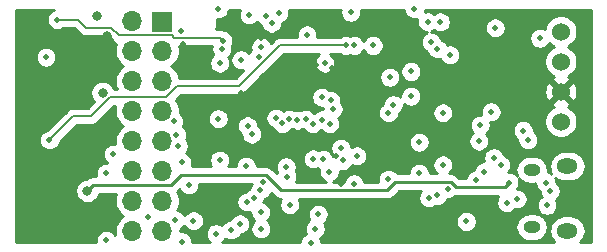
<source format=gbr>
G04 #@! TF.GenerationSoftware,KiCad,Pcbnew,5.1.5+dfsg1-2build2*
G04 #@! TF.CreationDate,2021-11-14T16:11:09+00:00*
G04 #@! TF.ProjectId,picopak,7069636f-7061-46b2-9e6b-696361645f70,rev?*
G04 #@! TF.SameCoordinates,Original*
G04 #@! TF.FileFunction,Copper,L3,Inr*
G04 #@! TF.FilePolarity,Positive*
%FSLAX46Y46*%
G04 Gerber Fmt 4.6, Leading zero omitted, Abs format (unit mm)*
G04 Created by KiCad (PCBNEW 5.1.5+dfsg1-2build2) date 2021-11-14 16:11:09*
%MOMM*%
%LPD*%
G04 APERTURE LIST*
%ADD10C,1.524000*%
%ADD11R,1.700000X1.700000*%
%ADD12O,1.700000X1.700000*%
%ADD13O,1.450000X1.050000*%
%ADD14O,1.800000X1.300000*%
%ADD15C,0.500000*%
%ADD16C,0.800000*%
%ADD17C,0.200000*%
%ADD18C,0.250000*%
%ADD19C,0.254000*%
G04 APERTURE END LIST*
D10*
X206800000Y-79145000D03*
X206800000Y-76605000D03*
X206800000Y-74065000D03*
X206800000Y-71525000D03*
D11*
X173050000Y-70700000D03*
D12*
X170510000Y-70620000D03*
X173050000Y-73160000D03*
X170510000Y-73160000D03*
X173050000Y-75700000D03*
X170510000Y-75700000D03*
X173050000Y-78240000D03*
X170510000Y-78240000D03*
X173050000Y-80780000D03*
X170510000Y-80780000D03*
X173050000Y-83320000D03*
X170510000Y-83320000D03*
X173050000Y-85860000D03*
X170510000Y-85860000D03*
X173050000Y-88400000D03*
X170510000Y-88400000D03*
D13*
X204320000Y-83225000D03*
X204320000Y-88075000D03*
D14*
X207350000Y-88375000D03*
X207350000Y-82925000D03*
D15*
X205900000Y-85000000D03*
X204000000Y-80700000D03*
X199600000Y-84100000D03*
X189300000Y-84400000D03*
X192300000Y-75400000D03*
X192600000Y-77700000D03*
X190900000Y-72699989D03*
X201250000Y-71200000D03*
X181400000Y-72800003D03*
X177600000Y-88625001D03*
X175691075Y-87529336D03*
X180150000Y-82900000D03*
X205000000Y-72100000D03*
X187223784Y-79329032D03*
X185300000Y-71800000D03*
X181800000Y-70200000D03*
X174249693Y-80279259D03*
X186535835Y-77083472D03*
X205500000Y-84300000D03*
X177900000Y-74200000D03*
X187600000Y-76200000D03*
X187400000Y-74600000D03*
X186100000Y-74349990D03*
X188200000Y-84400000D03*
X189700000Y-80300000D03*
X187750000Y-82023625D03*
X192900000Y-73600000D03*
X181400000Y-72100000D03*
X198500000Y-73600000D03*
X183954047Y-81430282D03*
X192900000Y-82800000D03*
X192900000Y-80345010D03*
X179726556Y-76695626D03*
D16*
X203300000Y-72000000D03*
X168400000Y-71900000D03*
D15*
X174800000Y-72600000D03*
X179250011Y-71049989D03*
X199961091Y-79461091D03*
X200300000Y-83400000D03*
X194800000Y-83500000D03*
X194804990Y-80895010D03*
X177800000Y-78900000D03*
X180267104Y-79500000D03*
X197200000Y-84850000D03*
X205623263Y-86240711D03*
X197400000Y-73500000D03*
X196350000Y-85400000D03*
X203100000Y-85700000D03*
X196350000Y-73000000D03*
X194100000Y-74900000D03*
X194100000Y-77000000D03*
X178100001Y-73000000D03*
X163200000Y-73700000D03*
X178162919Y-72280554D03*
X164170693Y-70500610D03*
X188150000Y-81391928D03*
X187292753Y-77350677D03*
X188318185Y-82432487D03*
X187511597Y-78081384D03*
X192200000Y-84000000D03*
X192200000Y-78400000D03*
X196800000Y-78400000D03*
X196800000Y-82800000D03*
X198800000Y-87600000D03*
X199850010Y-80800000D03*
X179600000Y-87800000D03*
X181200001Y-73700000D03*
X179700000Y-73900000D03*
X203600000Y-79900000D03*
X186800000Y-74200000D03*
X189500000Y-82050000D03*
X200900000Y-78300000D03*
X201100000Y-82200000D03*
X182922988Y-69950000D03*
X174400000Y-81200000D03*
D16*
X168000000Y-76700000D03*
X167500000Y-70200000D03*
D15*
X177800000Y-69600000D03*
X174600000Y-71475000D03*
X189279175Y-72700014D03*
X186000000Y-88200000D03*
X181400000Y-88200000D03*
X181374998Y-86825000D03*
X187200000Y-83385998D03*
X186650000Y-82350002D03*
X186250000Y-87000001D03*
X195800000Y-72400000D03*
X195600000Y-85600000D03*
X196600000Y-70700000D03*
X189000000Y-69900000D03*
X182300000Y-70800000D03*
X186564080Y-79000000D03*
X185781332Y-79315290D03*
X185190616Y-78939714D03*
X184495725Y-79024135D03*
X178900000Y-88325000D03*
X185600000Y-89425000D03*
X185831067Y-82302913D03*
X174007124Y-79125157D03*
X183203215Y-79302710D03*
X183547115Y-82958407D03*
X183605663Y-83794773D03*
X181554999Y-84260001D03*
X181361872Y-84932835D03*
X180800000Y-85600000D03*
X182668011Y-78851535D03*
X180612490Y-80200000D03*
X180193780Y-85950000D03*
X183840711Y-86175000D03*
X183800985Y-78938466D03*
X177900000Y-82400000D03*
X174150000Y-87500000D03*
X171800000Y-87200000D03*
X175300000Y-84500000D03*
X174700000Y-89300000D03*
X168300000Y-89200000D03*
X168300000Y-83500000D03*
X174700000Y-82600000D03*
X168900000Y-81900000D03*
X180400000Y-70100000D03*
X194400000Y-69600000D03*
X195504265Y-70689337D03*
X201700000Y-82800000D03*
X188579174Y-72699988D03*
X163500000Y-80700000D03*
X202200000Y-86000000D03*
X202400000Y-84300000D03*
D16*
X166700000Y-85000000D03*
D17*
X168736001Y-71199999D02*
X167100001Y-71199999D01*
X169386003Y-71850001D02*
X168736001Y-71199999D01*
X173850001Y-71850001D02*
X169386003Y-71850001D01*
X174025001Y-72025001D02*
X173850001Y-71850001D01*
X177907366Y-72025001D02*
X174025001Y-72025001D01*
X178162919Y-72280554D02*
X177907366Y-72025001D01*
X167100001Y-71199999D02*
X166600001Y-71199999D01*
X166600001Y-71199999D02*
X165900002Y-70500000D01*
X164171303Y-70500000D02*
X164170693Y-70500610D01*
X165900002Y-70500000D02*
X164171303Y-70500000D01*
X173362003Y-77089999D02*
X168646003Y-77089999D01*
X174306377Y-76145625D02*
X173362003Y-77089999D01*
X179568378Y-76145625D02*
X174306377Y-76145625D01*
X168646003Y-77089999D02*
X167036002Y-78700000D01*
X183014015Y-72699988D02*
X179568378Y-76145625D01*
X188579174Y-72699988D02*
X183014015Y-72699988D01*
X167036002Y-78700000D02*
X165500000Y-78700000D01*
X165500000Y-78700000D02*
X163500000Y-80700000D01*
X163500000Y-80700000D02*
X163500000Y-80700000D01*
D18*
X174614000Y-83685000D02*
X173799000Y-84500000D01*
X181831000Y-83685000D02*
X174614000Y-83685000D01*
X183121001Y-84975001D02*
X181831000Y-83685000D01*
X197876003Y-84675001D02*
X197476001Y-84274999D01*
X192074999Y-84975001D02*
X183121001Y-84975001D01*
X197476001Y-84274999D02*
X192775001Y-84274999D01*
X202024999Y-84675001D02*
X197876003Y-84675001D01*
X192775001Y-84274999D02*
X192074999Y-84975001D01*
X202400000Y-84300000D02*
X202024999Y-84675001D01*
X167200000Y-84500000D02*
X166700000Y-85000000D01*
X173799000Y-84500000D02*
X167200000Y-84500000D01*
D19*
G36*
X179615723Y-69680795D02*
G01*
X179549010Y-69841855D01*
X179515000Y-70012835D01*
X179515000Y-70187165D01*
X179549010Y-70358145D01*
X179615723Y-70519205D01*
X179712576Y-70664155D01*
X179835845Y-70787424D01*
X179980795Y-70884277D01*
X180141855Y-70950990D01*
X180312835Y-70985000D01*
X180487165Y-70985000D01*
X180658145Y-70950990D01*
X180819205Y-70884277D01*
X180964155Y-70787424D01*
X181062447Y-70689132D01*
X181112576Y-70764155D01*
X181235845Y-70887424D01*
X181380795Y-70984277D01*
X181439122Y-71008437D01*
X181449010Y-71058145D01*
X181515723Y-71219205D01*
X181612576Y-71364155D01*
X181735845Y-71487424D01*
X181880795Y-71584277D01*
X182041855Y-71650990D01*
X182212835Y-71685000D01*
X182387165Y-71685000D01*
X182558145Y-71650990D01*
X182719205Y-71584277D01*
X182864155Y-71487424D01*
X182987424Y-71364155D01*
X183084277Y-71219205D01*
X183150990Y-71058145D01*
X183185000Y-70887165D01*
X183185000Y-70799388D01*
X183342193Y-70734277D01*
X183487143Y-70637424D01*
X183610412Y-70514155D01*
X183707265Y-70369205D01*
X183773978Y-70208145D01*
X183807988Y-70037165D01*
X183807988Y-69862835D01*
X183773978Y-69691855D01*
X183760783Y-69660000D01*
X188145401Y-69660000D01*
X188115000Y-69812835D01*
X188115000Y-69987165D01*
X188149010Y-70158145D01*
X188215723Y-70319205D01*
X188312576Y-70464155D01*
X188435845Y-70587424D01*
X188580795Y-70684277D01*
X188741855Y-70750990D01*
X188912835Y-70785000D01*
X189087165Y-70785000D01*
X189258145Y-70750990D01*
X189419205Y-70684277D01*
X189564155Y-70587424D01*
X189687424Y-70464155D01*
X189784277Y-70319205D01*
X189850990Y-70158145D01*
X189885000Y-69987165D01*
X189885000Y-69812835D01*
X189854599Y-69660000D01*
X193515000Y-69660000D01*
X193515000Y-69687165D01*
X193549010Y-69858145D01*
X193615723Y-70019205D01*
X193712576Y-70164155D01*
X193835845Y-70287424D01*
X193980795Y-70384277D01*
X194141855Y-70450990D01*
X194312835Y-70485000D01*
X194487165Y-70485000D01*
X194648974Y-70452814D01*
X194619265Y-70602172D01*
X194619265Y-70776502D01*
X194653275Y-70947482D01*
X194719988Y-71108542D01*
X194816841Y-71253492D01*
X194940110Y-71376761D01*
X195085060Y-71473614D01*
X195246120Y-71540327D01*
X195417100Y-71574337D01*
X195480710Y-71574337D01*
X195380795Y-71615723D01*
X195235845Y-71712576D01*
X195112576Y-71835845D01*
X195015723Y-71980795D01*
X194949010Y-72141855D01*
X194915000Y-72312835D01*
X194915000Y-72487165D01*
X194949010Y-72658145D01*
X195015723Y-72819205D01*
X195112576Y-72964155D01*
X195235845Y-73087424D01*
X195380795Y-73184277D01*
X195493612Y-73231007D01*
X195499010Y-73258145D01*
X195565723Y-73419205D01*
X195662576Y-73564155D01*
X195785845Y-73687424D01*
X195930795Y-73784277D01*
X196091855Y-73850990D01*
X196262835Y-73885000D01*
X196437165Y-73885000D01*
X196589041Y-73854790D01*
X196615723Y-73919205D01*
X196712576Y-74064155D01*
X196835845Y-74187424D01*
X196980795Y-74284277D01*
X197141855Y-74350990D01*
X197312835Y-74385000D01*
X197487165Y-74385000D01*
X197658145Y-74350990D01*
X197819205Y-74284277D01*
X197964155Y-74187424D01*
X198087424Y-74064155D01*
X198184277Y-73919205D01*
X198250990Y-73758145D01*
X198285000Y-73587165D01*
X198285000Y-73412835D01*
X198250990Y-73241855D01*
X198184277Y-73080795D01*
X198087424Y-72935845D01*
X197964155Y-72812576D01*
X197819205Y-72715723D01*
X197658145Y-72649010D01*
X197487165Y-72615000D01*
X197312835Y-72615000D01*
X197160959Y-72645210D01*
X197134277Y-72580795D01*
X197037424Y-72435845D01*
X196914155Y-72312576D01*
X196769205Y-72215723D01*
X196656388Y-72168993D01*
X196650990Y-72141855D01*
X196584277Y-71980795D01*
X196487424Y-71835845D01*
X196364155Y-71712576D01*
X196219205Y-71615723D01*
X196058145Y-71549010D01*
X195887165Y-71515000D01*
X195823555Y-71515000D01*
X195923470Y-71473614D01*
X196044153Y-71392976D01*
X196180795Y-71484277D01*
X196341855Y-71550990D01*
X196512835Y-71585000D01*
X196687165Y-71585000D01*
X196858145Y-71550990D01*
X197019205Y-71484277D01*
X197164155Y-71387424D01*
X197287424Y-71264155D01*
X197384277Y-71119205D01*
X197386915Y-71112835D01*
X200365000Y-71112835D01*
X200365000Y-71287165D01*
X200399010Y-71458145D01*
X200465723Y-71619205D01*
X200562576Y-71764155D01*
X200685845Y-71887424D01*
X200830795Y-71984277D01*
X200991855Y-72050990D01*
X201162835Y-72085000D01*
X201337165Y-72085000D01*
X201508145Y-72050990D01*
X201600259Y-72012835D01*
X204115000Y-72012835D01*
X204115000Y-72187165D01*
X204149010Y-72358145D01*
X204215723Y-72519205D01*
X204312576Y-72664155D01*
X204435845Y-72787424D01*
X204580795Y-72884277D01*
X204741855Y-72950990D01*
X204912835Y-72985000D01*
X205087165Y-72985000D01*
X205258145Y-72950990D01*
X205419205Y-72884277D01*
X205564155Y-72787424D01*
X205687424Y-72664155D01*
X205784277Y-72519205D01*
X205794315Y-72494970D01*
X205909465Y-72610120D01*
X206138273Y-72763005D01*
X206215515Y-72795000D01*
X206138273Y-72826995D01*
X205909465Y-72979880D01*
X205714880Y-73174465D01*
X205561995Y-73403273D01*
X205456686Y-73657510D01*
X205403000Y-73927408D01*
X205403000Y-74202592D01*
X205456686Y-74472490D01*
X205561995Y-74726727D01*
X205714880Y-74955535D01*
X205909465Y-75150120D01*
X206138273Y-75303005D01*
X206209943Y-75332692D01*
X206196977Y-75337364D01*
X206081020Y-75399344D01*
X206014040Y-75639435D01*
X206800000Y-76425395D01*
X207585960Y-75639435D01*
X207518980Y-75399344D01*
X207383240Y-75335515D01*
X207461727Y-75303005D01*
X207690535Y-75150120D01*
X207885120Y-74955535D01*
X208038005Y-74726727D01*
X208143314Y-74472490D01*
X208197000Y-74202592D01*
X208197000Y-73927408D01*
X208143314Y-73657510D01*
X208038005Y-73403273D01*
X207885120Y-73174465D01*
X207690535Y-72979880D01*
X207461727Y-72826995D01*
X207384485Y-72795000D01*
X207461727Y-72763005D01*
X207690535Y-72610120D01*
X207885120Y-72415535D01*
X208038005Y-72186727D01*
X208143314Y-71932490D01*
X208197000Y-71662592D01*
X208197000Y-71387408D01*
X208143314Y-71117510D01*
X208038005Y-70863273D01*
X207885120Y-70634465D01*
X207690535Y-70439880D01*
X207461727Y-70286995D01*
X207207490Y-70181686D01*
X206937592Y-70128000D01*
X206662408Y-70128000D01*
X206392510Y-70181686D01*
X206138273Y-70286995D01*
X205909465Y-70439880D01*
X205714880Y-70634465D01*
X205561995Y-70863273D01*
X205456686Y-71117510D01*
X205417407Y-71314978D01*
X205258145Y-71249010D01*
X205087165Y-71215000D01*
X204912835Y-71215000D01*
X204741855Y-71249010D01*
X204580795Y-71315723D01*
X204435845Y-71412576D01*
X204312576Y-71535845D01*
X204215723Y-71680795D01*
X204149010Y-71841855D01*
X204115000Y-72012835D01*
X201600259Y-72012835D01*
X201669205Y-71984277D01*
X201814155Y-71887424D01*
X201937424Y-71764155D01*
X202034277Y-71619205D01*
X202100990Y-71458145D01*
X202135000Y-71287165D01*
X202135000Y-71112835D01*
X202100990Y-70941855D01*
X202034277Y-70780795D01*
X201937424Y-70635845D01*
X201814155Y-70512576D01*
X201669205Y-70415723D01*
X201508145Y-70349010D01*
X201337165Y-70315000D01*
X201162835Y-70315000D01*
X200991855Y-70349010D01*
X200830795Y-70415723D01*
X200685845Y-70512576D01*
X200562576Y-70635845D01*
X200465723Y-70780795D01*
X200399010Y-70941855D01*
X200365000Y-71112835D01*
X197386915Y-71112835D01*
X197450990Y-70958145D01*
X197485000Y-70787165D01*
X197485000Y-70612835D01*
X197450990Y-70441855D01*
X197384277Y-70280795D01*
X197287424Y-70135845D01*
X197164155Y-70012576D01*
X197019205Y-69915723D01*
X196858145Y-69849010D01*
X196687165Y-69815000D01*
X196512835Y-69815000D01*
X196341855Y-69849010D01*
X196180795Y-69915723D01*
X196060112Y-69996361D01*
X195923470Y-69905060D01*
X195762410Y-69838347D01*
X195591430Y-69804337D01*
X195417100Y-69804337D01*
X195255291Y-69836523D01*
X195285000Y-69687165D01*
X195285000Y-69660000D01*
X209340000Y-69660000D01*
X209340000Y-70032418D01*
X209340001Y-70032428D01*
X209340000Y-89340000D01*
X208449700Y-89340000D01*
X208513028Y-89288028D01*
X208673608Y-89092362D01*
X208792929Y-88869127D01*
X208866407Y-88626904D01*
X208891217Y-88375000D01*
X208866407Y-88123096D01*
X208792929Y-87880873D01*
X208673608Y-87657638D01*
X208513028Y-87461972D01*
X208317362Y-87301392D01*
X208094127Y-87182071D01*
X207851904Y-87108593D01*
X207663123Y-87090000D01*
X207036877Y-87090000D01*
X206848096Y-87108593D01*
X206605873Y-87182071D01*
X206382638Y-87301392D01*
X206186972Y-87461972D01*
X206026392Y-87657638D01*
X205907071Y-87880873D01*
X205833593Y-88123096D01*
X205808783Y-88375000D01*
X205833593Y-88626904D01*
X205907071Y-88869127D01*
X206026392Y-89092362D01*
X206186972Y-89288028D01*
X206250300Y-89340000D01*
X186485000Y-89340000D01*
X186485000Y-89337835D01*
X186450990Y-89166855D01*
X186384277Y-89005795D01*
X186380587Y-89000273D01*
X186419205Y-88984277D01*
X186564155Y-88887424D01*
X186687424Y-88764155D01*
X186784277Y-88619205D01*
X186850990Y-88458145D01*
X186885000Y-88287165D01*
X186885000Y-88112835D01*
X186850990Y-87941855D01*
X186784277Y-87780795D01*
X186750368Y-87730046D01*
X186814155Y-87687425D01*
X186937424Y-87564156D01*
X186971715Y-87512835D01*
X197915000Y-87512835D01*
X197915000Y-87687165D01*
X197949010Y-87858145D01*
X198015723Y-88019205D01*
X198112576Y-88164155D01*
X198235845Y-88287424D01*
X198380795Y-88384277D01*
X198541855Y-88450990D01*
X198712835Y-88485000D01*
X198887165Y-88485000D01*
X199058145Y-88450990D01*
X199219205Y-88384277D01*
X199364155Y-88287424D01*
X199487424Y-88164155D01*
X199546995Y-88075000D01*
X202954388Y-88075000D01*
X202976785Y-88302400D01*
X203043115Y-88521060D01*
X203150829Y-88722579D01*
X203295788Y-88899212D01*
X203472421Y-89044171D01*
X203673940Y-89151885D01*
X203892600Y-89218215D01*
X204063021Y-89235000D01*
X204576979Y-89235000D01*
X204747400Y-89218215D01*
X204966060Y-89151885D01*
X205167579Y-89044171D01*
X205344212Y-88899212D01*
X205489171Y-88722579D01*
X205596885Y-88521060D01*
X205663215Y-88302400D01*
X205685612Y-88075000D01*
X205663215Y-87847600D01*
X205596885Y-87628940D01*
X205489171Y-87427421D01*
X205344212Y-87250788D01*
X205167579Y-87105829D01*
X204966060Y-86998115D01*
X204747400Y-86931785D01*
X204576979Y-86915000D01*
X204063021Y-86915000D01*
X203892600Y-86931785D01*
X203673940Y-86998115D01*
X203472421Y-87105829D01*
X203295788Y-87250788D01*
X203150829Y-87427421D01*
X203043115Y-87628940D01*
X202976785Y-87847600D01*
X202954388Y-88075000D01*
X199546995Y-88075000D01*
X199584277Y-88019205D01*
X199650990Y-87858145D01*
X199685000Y-87687165D01*
X199685000Y-87512835D01*
X199650990Y-87341855D01*
X199584277Y-87180795D01*
X199487424Y-87035845D01*
X199364155Y-86912576D01*
X199219205Y-86815723D01*
X199058145Y-86749010D01*
X198887165Y-86715000D01*
X198712835Y-86715000D01*
X198541855Y-86749010D01*
X198380795Y-86815723D01*
X198235845Y-86912576D01*
X198112576Y-87035845D01*
X198015723Y-87180795D01*
X197949010Y-87341855D01*
X197915000Y-87512835D01*
X186971715Y-87512835D01*
X187034277Y-87419206D01*
X187100990Y-87258146D01*
X187135000Y-87087166D01*
X187135000Y-86912836D01*
X187100990Y-86741856D01*
X187034277Y-86580796D01*
X186937424Y-86435846D01*
X186814155Y-86312577D01*
X186669205Y-86215724D01*
X186508145Y-86149011D01*
X186337165Y-86115001D01*
X186162835Y-86115001D01*
X185991855Y-86149011D01*
X185830795Y-86215724D01*
X185685845Y-86312577D01*
X185562576Y-86435846D01*
X185465723Y-86580796D01*
X185399010Y-86741856D01*
X185365000Y-86912836D01*
X185365000Y-87087166D01*
X185399010Y-87258146D01*
X185465723Y-87419206D01*
X185499632Y-87469955D01*
X185435845Y-87512576D01*
X185312576Y-87635845D01*
X185215723Y-87780795D01*
X185149010Y-87941855D01*
X185115000Y-88112835D01*
X185115000Y-88287165D01*
X185149010Y-88458145D01*
X185215723Y-88619205D01*
X185219413Y-88624727D01*
X185180795Y-88640723D01*
X185035845Y-88737576D01*
X184912576Y-88860845D01*
X184815723Y-89005795D01*
X184749010Y-89166855D01*
X184715000Y-89337835D01*
X184715000Y-89340000D01*
X178122886Y-89340000D01*
X178164155Y-89312425D01*
X178287424Y-89189156D01*
X178384009Y-89044607D01*
X178480795Y-89109277D01*
X178641855Y-89175990D01*
X178812835Y-89210000D01*
X178987165Y-89210000D01*
X179158145Y-89175990D01*
X179319205Y-89109277D01*
X179464155Y-89012424D01*
X179587424Y-88889155D01*
X179684277Y-88744205D01*
X179710743Y-88680310D01*
X179858145Y-88650990D01*
X180019205Y-88584277D01*
X180164155Y-88487424D01*
X180287424Y-88364155D01*
X180384277Y-88219205D01*
X180450990Y-88058145D01*
X180485000Y-87887165D01*
X180485000Y-87712835D01*
X180450990Y-87541855D01*
X180384277Y-87380795D01*
X180287424Y-87235845D01*
X180164155Y-87112576D01*
X180019205Y-87015723D01*
X179858145Y-86949010D01*
X179687165Y-86915000D01*
X179512835Y-86915000D01*
X179341855Y-86949010D01*
X179180795Y-87015723D01*
X179035845Y-87112576D01*
X178912576Y-87235845D01*
X178815723Y-87380795D01*
X178789257Y-87444690D01*
X178641855Y-87474010D01*
X178480795Y-87540723D01*
X178335845Y-87637576D01*
X178212576Y-87760845D01*
X178115991Y-87905394D01*
X178019205Y-87840724D01*
X177858145Y-87774011D01*
X177687165Y-87740001D01*
X177512835Y-87740001D01*
X177341855Y-87774011D01*
X177180795Y-87840724D01*
X177035845Y-87937577D01*
X176912576Y-88060846D01*
X176815723Y-88205796D01*
X176749010Y-88366856D01*
X176715000Y-88537836D01*
X176715000Y-88712166D01*
X176749010Y-88883146D01*
X176815723Y-89044206D01*
X176912576Y-89189156D01*
X177035845Y-89312425D01*
X177077114Y-89340000D01*
X175585000Y-89340000D01*
X175585000Y-89212835D01*
X175550990Y-89041855D01*
X175484277Y-88880795D01*
X175387424Y-88735845D01*
X175264155Y-88612576D01*
X175119205Y-88515723D01*
X174958145Y-88449010D01*
X174787165Y-88415000D01*
X174612835Y-88415000D01*
X174535000Y-88430482D01*
X174535000Y-88298445D01*
X174569205Y-88284277D01*
X174714155Y-88187424D01*
X174837424Y-88064155D01*
X174910737Y-87954436D01*
X175003651Y-88093491D01*
X175126920Y-88216760D01*
X175271870Y-88313613D01*
X175432930Y-88380326D01*
X175603910Y-88414336D01*
X175778240Y-88414336D01*
X175949220Y-88380326D01*
X176110280Y-88313613D01*
X176255230Y-88216760D01*
X176378499Y-88093491D01*
X176475352Y-87948541D01*
X176542065Y-87787481D01*
X176576075Y-87616501D01*
X176576075Y-87442171D01*
X176542065Y-87271191D01*
X176475352Y-87110131D01*
X176378499Y-86965181D01*
X176255230Y-86841912D01*
X176110280Y-86745059D01*
X175949220Y-86678346D01*
X175778240Y-86644336D01*
X175603910Y-86644336D01*
X175432930Y-86678346D01*
X175271870Y-86745059D01*
X175126920Y-86841912D01*
X175003651Y-86965181D01*
X174930338Y-87074900D01*
X174837424Y-86935845D01*
X174714155Y-86812576D01*
X174569205Y-86715723D01*
X174408145Y-86649010D01*
X174320450Y-86631566D01*
X174365990Y-86563411D01*
X174477932Y-86293158D01*
X174535000Y-86006260D01*
X174535000Y-85713740D01*
X174477932Y-85426842D01*
X174365990Y-85156589D01*
X174306119Y-85066986D01*
X174339001Y-85040001D01*
X174362803Y-85010998D01*
X174497819Y-84875982D01*
X174515723Y-84919205D01*
X174612576Y-85064155D01*
X174735845Y-85187424D01*
X174880795Y-85284277D01*
X175041855Y-85350990D01*
X175212835Y-85385000D01*
X175387165Y-85385000D01*
X175558145Y-85350990D01*
X175719205Y-85284277D01*
X175864155Y-85187424D01*
X175987424Y-85064155D01*
X176084277Y-84919205D01*
X176150990Y-84758145D01*
X176185000Y-84587165D01*
X176185000Y-84445000D01*
X180623452Y-84445000D01*
X180577595Y-84513630D01*
X180510882Y-84674690D01*
X180491990Y-84769665D01*
X180380795Y-84815723D01*
X180235845Y-84912576D01*
X180112576Y-85035845D01*
X180091023Y-85068101D01*
X179935635Y-85099010D01*
X179774575Y-85165723D01*
X179629625Y-85262576D01*
X179506356Y-85385845D01*
X179409503Y-85530795D01*
X179342790Y-85691855D01*
X179308780Y-85862835D01*
X179308780Y-86037165D01*
X179342790Y-86208145D01*
X179409503Y-86369205D01*
X179506356Y-86514155D01*
X179629625Y-86637424D01*
X179774575Y-86734277D01*
X179935635Y-86800990D01*
X180106615Y-86835000D01*
X180280945Y-86835000D01*
X180451925Y-86800990D01*
X180489998Y-86785220D01*
X180489998Y-86912165D01*
X180524008Y-87083145D01*
X180590721Y-87244205D01*
X180687574Y-87389155D01*
X180810843Y-87512424D01*
X180825922Y-87522499D01*
X180712576Y-87635845D01*
X180615723Y-87780795D01*
X180549010Y-87941855D01*
X180515000Y-88112835D01*
X180515000Y-88287165D01*
X180549010Y-88458145D01*
X180615723Y-88619205D01*
X180712576Y-88764155D01*
X180835845Y-88887424D01*
X180980795Y-88984277D01*
X181141855Y-89050990D01*
X181312835Y-89085000D01*
X181487165Y-89085000D01*
X181658145Y-89050990D01*
X181819205Y-88984277D01*
X181964155Y-88887424D01*
X182087424Y-88764155D01*
X182184277Y-88619205D01*
X182250990Y-88458145D01*
X182285000Y-88287165D01*
X182285000Y-88112835D01*
X182250990Y-87941855D01*
X182184277Y-87780795D01*
X182087424Y-87635845D01*
X181964155Y-87512576D01*
X181949076Y-87502501D01*
X182062422Y-87389155D01*
X182159275Y-87244205D01*
X182225988Y-87083145D01*
X182259998Y-86912165D01*
X182259998Y-86737835D01*
X182225988Y-86566855D01*
X182159275Y-86405795D01*
X182062422Y-86260845D01*
X181939153Y-86137576D01*
X181794203Y-86040723D01*
X181633143Y-85974010D01*
X181605292Y-85968470D01*
X181650990Y-85858145D01*
X181669882Y-85763170D01*
X181781077Y-85717112D01*
X181926027Y-85620259D01*
X182049296Y-85496990D01*
X182146149Y-85352040D01*
X182212862Y-85190980D01*
X182221044Y-85149846D01*
X182557202Y-85486004D01*
X182581000Y-85515002D01*
X182609998Y-85538800D01*
X182696724Y-85609975D01*
X182742190Y-85634277D01*
X182828754Y-85680547D01*
X182972015Y-85724004D01*
X183071152Y-85733768D01*
X183056434Y-85755795D01*
X182989721Y-85916855D01*
X182955711Y-86087835D01*
X182955711Y-86262165D01*
X182989721Y-86433145D01*
X183056434Y-86594205D01*
X183153287Y-86739155D01*
X183276556Y-86862424D01*
X183421506Y-86959277D01*
X183582566Y-87025990D01*
X183753546Y-87060000D01*
X183927876Y-87060000D01*
X184098856Y-87025990D01*
X184259916Y-86959277D01*
X184404866Y-86862424D01*
X184528135Y-86739155D01*
X184624988Y-86594205D01*
X184691701Y-86433145D01*
X184725711Y-86262165D01*
X184725711Y-86087835D01*
X184691701Y-85916855D01*
X184624988Y-85755795D01*
X184611094Y-85735001D01*
X192037677Y-85735001D01*
X192074999Y-85738677D01*
X192112321Y-85735001D01*
X192112332Y-85735001D01*
X192223985Y-85724004D01*
X192367246Y-85680547D01*
X192499275Y-85609975D01*
X192615000Y-85515002D01*
X192638802Y-85485999D01*
X193089803Y-85034999D01*
X194913422Y-85034999D01*
X194912576Y-85035845D01*
X194815723Y-85180795D01*
X194749010Y-85341855D01*
X194715000Y-85512835D01*
X194715000Y-85687165D01*
X194749010Y-85858145D01*
X194815723Y-86019205D01*
X194912576Y-86164155D01*
X195035845Y-86287424D01*
X195180795Y-86384277D01*
X195341855Y-86450990D01*
X195512835Y-86485000D01*
X195687165Y-86485000D01*
X195858145Y-86450990D01*
X196019205Y-86384277D01*
X196164155Y-86287424D01*
X196182549Y-86269030D01*
X196262835Y-86285000D01*
X196437165Y-86285000D01*
X196608145Y-86250990D01*
X196769205Y-86184277D01*
X196914155Y-86087424D01*
X197037424Y-85964155D01*
X197134277Y-85819205D01*
X197169156Y-85735000D01*
X197287165Y-85735000D01*
X197458145Y-85700990D01*
X197619205Y-85634277D01*
X197764155Y-85537424D01*
X197864077Y-85437502D01*
X197876002Y-85438677D01*
X197913325Y-85435001D01*
X201513420Y-85435001D01*
X201512576Y-85435845D01*
X201415723Y-85580795D01*
X201349010Y-85741855D01*
X201315000Y-85912835D01*
X201315000Y-86087165D01*
X201349010Y-86258145D01*
X201415723Y-86419205D01*
X201512576Y-86564155D01*
X201635845Y-86687424D01*
X201780795Y-86784277D01*
X201941855Y-86850990D01*
X202112835Y-86885000D01*
X202287165Y-86885000D01*
X202458145Y-86850990D01*
X202619205Y-86784277D01*
X202764155Y-86687424D01*
X202887424Y-86564155D01*
X202889843Y-86560535D01*
X203012835Y-86585000D01*
X203187165Y-86585000D01*
X203358145Y-86550990D01*
X203519205Y-86484277D01*
X203664155Y-86387424D01*
X203787424Y-86264155D01*
X203884277Y-86119205D01*
X203950990Y-85958145D01*
X203985000Y-85787165D01*
X203985000Y-85612835D01*
X203950990Y-85441855D01*
X203884277Y-85280795D01*
X203787424Y-85135845D01*
X203664155Y-85012576D01*
X203519205Y-84915723D01*
X203358145Y-84849010D01*
X203187165Y-84815000D01*
X203120268Y-84815000D01*
X203184277Y-84719205D01*
X203250990Y-84558145D01*
X203285000Y-84387165D01*
X203285000Y-84212835D01*
X203250990Y-84041855D01*
X203211491Y-83946496D01*
X203295788Y-84049212D01*
X203472421Y-84194171D01*
X203673940Y-84301885D01*
X203892600Y-84368215D01*
X204063021Y-84385000D01*
X204576979Y-84385000D01*
X204615000Y-84381255D01*
X204615000Y-84387165D01*
X204649010Y-84558145D01*
X204715723Y-84719205D01*
X204812576Y-84864155D01*
X204935845Y-84987424D01*
X205015000Y-85040314D01*
X205015000Y-85087165D01*
X205049010Y-85258145D01*
X205115723Y-85419205D01*
X205160186Y-85485748D01*
X205059108Y-85553287D01*
X204935839Y-85676556D01*
X204838986Y-85821506D01*
X204772273Y-85982566D01*
X204738263Y-86153546D01*
X204738263Y-86327876D01*
X204772273Y-86498856D01*
X204838986Y-86659916D01*
X204935839Y-86804866D01*
X205059108Y-86928135D01*
X205204058Y-87024988D01*
X205365118Y-87091701D01*
X205536098Y-87125711D01*
X205710428Y-87125711D01*
X205881408Y-87091701D01*
X206042468Y-87024988D01*
X206187418Y-86928135D01*
X206310687Y-86804866D01*
X206407540Y-86659916D01*
X206474253Y-86498856D01*
X206508263Y-86327876D01*
X206508263Y-86153546D01*
X206474253Y-85982566D01*
X206407540Y-85821506D01*
X206363077Y-85754963D01*
X206464155Y-85687424D01*
X206587424Y-85564155D01*
X206684277Y-85419205D01*
X206750990Y-85258145D01*
X206785000Y-85087165D01*
X206785000Y-84912835D01*
X206750990Y-84741855D01*
X206684277Y-84580795D01*
X206587424Y-84435845D01*
X206464155Y-84312576D01*
X206385000Y-84259686D01*
X206385000Y-84212835D01*
X206350990Y-84041855D01*
X206307552Y-83936986D01*
X206382638Y-83998608D01*
X206605873Y-84117929D01*
X206848096Y-84191407D01*
X207036877Y-84210000D01*
X207663123Y-84210000D01*
X207851904Y-84191407D01*
X208094127Y-84117929D01*
X208317362Y-83998608D01*
X208513028Y-83838028D01*
X208673608Y-83642362D01*
X208792929Y-83419127D01*
X208866407Y-83176904D01*
X208891217Y-82925000D01*
X208866407Y-82673096D01*
X208792929Y-82430873D01*
X208673608Y-82207638D01*
X208513028Y-82011972D01*
X208317362Y-81851392D01*
X208094127Y-81732071D01*
X207851904Y-81658593D01*
X207663123Y-81640000D01*
X207036877Y-81640000D01*
X206848096Y-81658593D01*
X206605873Y-81732071D01*
X206382638Y-81851392D01*
X206186972Y-82011972D01*
X206026392Y-82207638D01*
X205907071Y-82430873D01*
X205833593Y-82673096D01*
X205808783Y-82925000D01*
X205833593Y-83176904D01*
X205907071Y-83419127D01*
X205980646Y-83556777D01*
X205919205Y-83515723D01*
X205758145Y-83449010D01*
X205665367Y-83430555D01*
X205685612Y-83225000D01*
X205663215Y-82997600D01*
X205596885Y-82778940D01*
X205489171Y-82577421D01*
X205344212Y-82400788D01*
X205167579Y-82255829D01*
X204966060Y-82148115D01*
X204747400Y-82081785D01*
X204576979Y-82065000D01*
X204063021Y-82065000D01*
X203892600Y-82081785D01*
X203673940Y-82148115D01*
X203472421Y-82255829D01*
X203295788Y-82400788D01*
X203150829Y-82577421D01*
X203043115Y-82778940D01*
X202976785Y-82997600D01*
X202954388Y-83225000D01*
X202976785Y-83452400D01*
X203043115Y-83671060D01*
X203066627Y-83715048D01*
X202964155Y-83612576D01*
X202819205Y-83515723D01*
X202658145Y-83449010D01*
X202487165Y-83415000D01*
X202336579Y-83415000D01*
X202387424Y-83364155D01*
X202484277Y-83219205D01*
X202550990Y-83058145D01*
X202585000Y-82887165D01*
X202585000Y-82712835D01*
X202550990Y-82541855D01*
X202484277Y-82380795D01*
X202387424Y-82235845D01*
X202264155Y-82112576D01*
X202119205Y-82015723D01*
X201958145Y-81949010D01*
X201952177Y-81947823D01*
X201950990Y-81941855D01*
X201884277Y-81780795D01*
X201787424Y-81635845D01*
X201664155Y-81512576D01*
X201519205Y-81415723D01*
X201358145Y-81349010D01*
X201187165Y-81315000D01*
X201012835Y-81315000D01*
X200841855Y-81349010D01*
X200680795Y-81415723D01*
X200535845Y-81512576D01*
X200412576Y-81635845D01*
X200315723Y-81780795D01*
X200249010Y-81941855D01*
X200215000Y-82112835D01*
X200215000Y-82287165D01*
X200249010Y-82458145D01*
X200272560Y-82515000D01*
X200212835Y-82515000D01*
X200041855Y-82549010D01*
X199880795Y-82615723D01*
X199735845Y-82712576D01*
X199612576Y-82835845D01*
X199515723Y-82980795D01*
X199449010Y-83141855D01*
X199431232Y-83231232D01*
X199341855Y-83249010D01*
X199180795Y-83315723D01*
X199035845Y-83412576D01*
X198912576Y-83535845D01*
X198815723Y-83680795D01*
X198749010Y-83841855D01*
X198734460Y-83915001D01*
X198190804Y-83915001D01*
X198039805Y-83764002D01*
X198016002Y-83734998D01*
X197900277Y-83640025D01*
X197768248Y-83569453D01*
X197624987Y-83525996D01*
X197513334Y-83514999D01*
X197513323Y-83514999D01*
X197476001Y-83511323D01*
X197438679Y-83514999D01*
X197322886Y-83514999D01*
X197364155Y-83487424D01*
X197487424Y-83364155D01*
X197584277Y-83219205D01*
X197650990Y-83058145D01*
X197685000Y-82887165D01*
X197685000Y-82712835D01*
X197650990Y-82541855D01*
X197584277Y-82380795D01*
X197487424Y-82235845D01*
X197364155Y-82112576D01*
X197219205Y-82015723D01*
X197058145Y-81949010D01*
X196887165Y-81915000D01*
X196712835Y-81915000D01*
X196541855Y-81949010D01*
X196380795Y-82015723D01*
X196235845Y-82112576D01*
X196112576Y-82235845D01*
X196015723Y-82380795D01*
X195949010Y-82541855D01*
X195915000Y-82712835D01*
X195915000Y-82887165D01*
X195949010Y-83058145D01*
X196015723Y-83219205D01*
X196112576Y-83364155D01*
X196235845Y-83487424D01*
X196277114Y-83514999D01*
X195685000Y-83514999D01*
X195685000Y-83412835D01*
X195650990Y-83241855D01*
X195584277Y-83080795D01*
X195487424Y-82935845D01*
X195364155Y-82812576D01*
X195219205Y-82715723D01*
X195058145Y-82649010D01*
X194887165Y-82615000D01*
X194712835Y-82615000D01*
X194541855Y-82649010D01*
X194380795Y-82715723D01*
X194235845Y-82812576D01*
X194112576Y-82935845D01*
X194015723Y-83080795D01*
X193949010Y-83241855D01*
X193915000Y-83412835D01*
X193915000Y-83514999D01*
X192940313Y-83514999D01*
X192887424Y-83435845D01*
X192764155Y-83312576D01*
X192619205Y-83215723D01*
X192458145Y-83149010D01*
X192287165Y-83115000D01*
X192112835Y-83115000D01*
X191941855Y-83149010D01*
X191780795Y-83215723D01*
X191635845Y-83312576D01*
X191512576Y-83435845D01*
X191415723Y-83580795D01*
X191349010Y-83741855D01*
X191315000Y-83912835D01*
X191315000Y-84087165D01*
X191340428Y-84215001D01*
X190165540Y-84215001D01*
X190150990Y-84141855D01*
X190084277Y-83980795D01*
X189987424Y-83835845D01*
X189864155Y-83712576D01*
X189719205Y-83615723D01*
X189558145Y-83549010D01*
X189387165Y-83515000D01*
X189212835Y-83515000D01*
X189041855Y-83549010D01*
X188880795Y-83615723D01*
X188735845Y-83712576D01*
X188612576Y-83835845D01*
X188515723Y-83980795D01*
X188449010Y-84141855D01*
X188434460Y-84215001D01*
X187511227Y-84215001D01*
X187619205Y-84170275D01*
X187764155Y-84073422D01*
X187887424Y-83950153D01*
X187984277Y-83805203D01*
X188050990Y-83644143D01*
X188085000Y-83473163D01*
X188085000Y-83298833D01*
X188082848Y-83288014D01*
X188231020Y-83317487D01*
X188405350Y-83317487D01*
X188576330Y-83283477D01*
X188737390Y-83216764D01*
X188882340Y-83119911D01*
X189005609Y-82996642D01*
X189102462Y-82851692D01*
X189105446Y-82844488D01*
X189241855Y-82900990D01*
X189412835Y-82935000D01*
X189587165Y-82935000D01*
X189758145Y-82900990D01*
X189919205Y-82834277D01*
X190064155Y-82737424D01*
X190187424Y-82614155D01*
X190284277Y-82469205D01*
X190350990Y-82308145D01*
X190385000Y-82137165D01*
X190385000Y-81962835D01*
X190350990Y-81791855D01*
X190284277Y-81630795D01*
X190187424Y-81485845D01*
X190064155Y-81362576D01*
X189919205Y-81265723D01*
X189758145Y-81199010D01*
X189587165Y-81165000D01*
X189412835Y-81165000D01*
X189241855Y-81199010D01*
X189080795Y-81265723D01*
X189033518Y-81297313D01*
X189000990Y-81133783D01*
X188934277Y-80972723D01*
X188837424Y-80827773D01*
X188817496Y-80807845D01*
X193919990Y-80807845D01*
X193919990Y-80982175D01*
X193954000Y-81153155D01*
X194020713Y-81314215D01*
X194117566Y-81459165D01*
X194240835Y-81582434D01*
X194385785Y-81679287D01*
X194546845Y-81746000D01*
X194717825Y-81780010D01*
X194892155Y-81780010D01*
X195063135Y-81746000D01*
X195224195Y-81679287D01*
X195369145Y-81582434D01*
X195492414Y-81459165D01*
X195589267Y-81314215D01*
X195655980Y-81153155D01*
X195689990Y-80982175D01*
X195689990Y-80807845D01*
X195671092Y-80712835D01*
X198965010Y-80712835D01*
X198965010Y-80887165D01*
X198999020Y-81058145D01*
X199065733Y-81219205D01*
X199162586Y-81364155D01*
X199285855Y-81487424D01*
X199430805Y-81584277D01*
X199591865Y-81650990D01*
X199762845Y-81685000D01*
X199937175Y-81685000D01*
X200108155Y-81650990D01*
X200269215Y-81584277D01*
X200414165Y-81487424D01*
X200537434Y-81364155D01*
X200634287Y-81219205D01*
X200701000Y-81058145D01*
X200735010Y-80887165D01*
X200735010Y-80712835D01*
X200701000Y-80541855D01*
X200634287Y-80380795D01*
X200537434Y-80235845D01*
X200480202Y-80178613D01*
X200525246Y-80148515D01*
X200648515Y-80025246D01*
X200745368Y-79880296D01*
X200773311Y-79812835D01*
X202715000Y-79812835D01*
X202715000Y-79987165D01*
X202749010Y-80158145D01*
X202815723Y-80319205D01*
X202912576Y-80464155D01*
X203035845Y-80587424D01*
X203115000Y-80640314D01*
X203115000Y-80787165D01*
X203149010Y-80958145D01*
X203215723Y-81119205D01*
X203312576Y-81264155D01*
X203435845Y-81387424D01*
X203580795Y-81484277D01*
X203741855Y-81550990D01*
X203912835Y-81585000D01*
X204087165Y-81585000D01*
X204258145Y-81550990D01*
X204419205Y-81484277D01*
X204564155Y-81387424D01*
X204687424Y-81264155D01*
X204784277Y-81119205D01*
X204850990Y-80958145D01*
X204885000Y-80787165D01*
X204885000Y-80612835D01*
X204850990Y-80441855D01*
X204784277Y-80280795D01*
X204687424Y-80135845D01*
X204564155Y-80012576D01*
X204485000Y-79959686D01*
X204485000Y-79812835D01*
X204450990Y-79641855D01*
X204384277Y-79480795D01*
X204287424Y-79335845D01*
X204164155Y-79212576D01*
X204019205Y-79115723D01*
X203858145Y-79049010D01*
X203687165Y-79015000D01*
X203512835Y-79015000D01*
X203341855Y-79049010D01*
X203180795Y-79115723D01*
X203035845Y-79212576D01*
X202912576Y-79335845D01*
X202815723Y-79480795D01*
X202749010Y-79641855D01*
X202715000Y-79812835D01*
X200773311Y-79812835D01*
X200812081Y-79719236D01*
X200846091Y-79548256D01*
X200846091Y-79373926D01*
X200812081Y-79202946D01*
X200803912Y-79183225D01*
X200812835Y-79185000D01*
X200987165Y-79185000D01*
X201158145Y-79150990D01*
X201319205Y-79084277D01*
X201434246Y-79007408D01*
X205403000Y-79007408D01*
X205403000Y-79282592D01*
X205456686Y-79552490D01*
X205561995Y-79806727D01*
X205714880Y-80035535D01*
X205909465Y-80230120D01*
X206138273Y-80383005D01*
X206392510Y-80488314D01*
X206662408Y-80542000D01*
X206937592Y-80542000D01*
X207207490Y-80488314D01*
X207461727Y-80383005D01*
X207690535Y-80230120D01*
X207885120Y-80035535D01*
X208038005Y-79806727D01*
X208143314Y-79552490D01*
X208197000Y-79282592D01*
X208197000Y-79007408D01*
X208143314Y-78737510D01*
X208038005Y-78483273D01*
X207885120Y-78254465D01*
X207690535Y-78059880D01*
X207461727Y-77906995D01*
X207390057Y-77877308D01*
X207403023Y-77872636D01*
X207518980Y-77810656D01*
X207585960Y-77570565D01*
X206800000Y-76784605D01*
X206014040Y-77570565D01*
X206081020Y-77810656D01*
X206216760Y-77874485D01*
X206138273Y-77906995D01*
X205909465Y-78059880D01*
X205714880Y-78254465D01*
X205561995Y-78483273D01*
X205456686Y-78737510D01*
X205403000Y-79007408D01*
X201434246Y-79007408D01*
X201464155Y-78987424D01*
X201587424Y-78864155D01*
X201684277Y-78719205D01*
X201750990Y-78558145D01*
X201785000Y-78387165D01*
X201785000Y-78212835D01*
X201750990Y-78041855D01*
X201684277Y-77880795D01*
X201587424Y-77735845D01*
X201464155Y-77612576D01*
X201319205Y-77515723D01*
X201158145Y-77449010D01*
X200987165Y-77415000D01*
X200812835Y-77415000D01*
X200641855Y-77449010D01*
X200480795Y-77515723D01*
X200335845Y-77612576D01*
X200212576Y-77735845D01*
X200115723Y-77880795D01*
X200049010Y-78041855D01*
X200015000Y-78212835D01*
X200015000Y-78387165D01*
X200049010Y-78558145D01*
X200057179Y-78577866D01*
X200048256Y-78576091D01*
X199873926Y-78576091D01*
X199702946Y-78610101D01*
X199541886Y-78676814D01*
X199396936Y-78773667D01*
X199273667Y-78896936D01*
X199176814Y-79041886D01*
X199110101Y-79202946D01*
X199076091Y-79373926D01*
X199076091Y-79548256D01*
X199110101Y-79719236D01*
X199176814Y-79880296D01*
X199273667Y-80025246D01*
X199330899Y-80082478D01*
X199285855Y-80112576D01*
X199162586Y-80235845D01*
X199065733Y-80380795D01*
X198999020Y-80541855D01*
X198965010Y-80712835D01*
X195671092Y-80712835D01*
X195655980Y-80636865D01*
X195589267Y-80475805D01*
X195492414Y-80330855D01*
X195369145Y-80207586D01*
X195224195Y-80110733D01*
X195063135Y-80044020D01*
X194892155Y-80010010D01*
X194717825Y-80010010D01*
X194546845Y-80044020D01*
X194385785Y-80110733D01*
X194240835Y-80207586D01*
X194117566Y-80330855D01*
X194020713Y-80475805D01*
X193954000Y-80636865D01*
X193919990Y-80807845D01*
X188817496Y-80807845D01*
X188714155Y-80704504D01*
X188569205Y-80607651D01*
X188408145Y-80540938D01*
X188237165Y-80506928D01*
X188062835Y-80506928D01*
X187891855Y-80540938D01*
X187730795Y-80607651D01*
X187585845Y-80704504D01*
X187462576Y-80827773D01*
X187365723Y-80972723D01*
X187299010Y-81133783D01*
X187265000Y-81304763D01*
X187265000Y-81479093D01*
X187299010Y-81650073D01*
X187365723Y-81811133D01*
X187462576Y-81956083D01*
X187529769Y-82023276D01*
X187501110Y-82092463D01*
X187500990Y-82091857D01*
X187434277Y-81930797D01*
X187337424Y-81785847D01*
X187214155Y-81662578D01*
X187069205Y-81565725D01*
X186908145Y-81499012D01*
X186737165Y-81465002D01*
X186562835Y-81465002D01*
X186391855Y-81499012D01*
X186286323Y-81542725D01*
X186250272Y-81518636D01*
X186089212Y-81451923D01*
X185918232Y-81417913D01*
X185743902Y-81417913D01*
X185572922Y-81451923D01*
X185411862Y-81518636D01*
X185266912Y-81615489D01*
X185143643Y-81738758D01*
X185046790Y-81883708D01*
X184980077Y-82044768D01*
X184946067Y-82215748D01*
X184946067Y-82390078D01*
X184980077Y-82561058D01*
X185046790Y-82722118D01*
X185143643Y-82867068D01*
X185266912Y-82990337D01*
X185411862Y-83087190D01*
X185572922Y-83153903D01*
X185743902Y-83187913D01*
X185918232Y-83187913D01*
X186089212Y-83153903D01*
X186194744Y-83110190D01*
X186230795Y-83134279D01*
X186338831Y-83179029D01*
X186315000Y-83298833D01*
X186315000Y-83473163D01*
X186349010Y-83644143D01*
X186415723Y-83805203D01*
X186512576Y-83950153D01*
X186635845Y-84073422D01*
X186780795Y-84170275D01*
X186888773Y-84215001D01*
X184389256Y-84215001D01*
X184389940Y-84213978D01*
X184456653Y-84052918D01*
X184490663Y-83881938D01*
X184490663Y-83707608D01*
X184456653Y-83536628D01*
X184389940Y-83375568D01*
X184354320Y-83322259D01*
X184398105Y-83216552D01*
X184432115Y-83045572D01*
X184432115Y-82871242D01*
X184398105Y-82700262D01*
X184331392Y-82539202D01*
X184234539Y-82394252D01*
X184111270Y-82270983D01*
X183966320Y-82174130D01*
X183805260Y-82107417D01*
X183634280Y-82073407D01*
X183459950Y-82073407D01*
X183288970Y-82107417D01*
X183127910Y-82174130D01*
X182982960Y-82270983D01*
X182859691Y-82394252D01*
X182762838Y-82539202D01*
X182696125Y-82700262D01*
X182662115Y-82871242D01*
X182662115Y-83045572D01*
X182696125Y-83216552D01*
X182762838Y-83377612D01*
X182798458Y-83430921D01*
X182755480Y-83534679D01*
X182394804Y-83174003D01*
X182371001Y-83144999D01*
X182255276Y-83050026D01*
X182123247Y-82979454D01*
X181979986Y-82935997D01*
X181868333Y-82925000D01*
X181868322Y-82925000D01*
X181831000Y-82921324D01*
X181793678Y-82925000D01*
X181035000Y-82925000D01*
X181035000Y-82812835D01*
X181000990Y-82641855D01*
X180934277Y-82480795D01*
X180837424Y-82335845D01*
X180714155Y-82212576D01*
X180569205Y-82115723D01*
X180408145Y-82049010D01*
X180237165Y-82015000D01*
X180062835Y-82015000D01*
X179891855Y-82049010D01*
X179730795Y-82115723D01*
X179585845Y-82212576D01*
X179462576Y-82335845D01*
X179365723Y-82480795D01*
X179299010Y-82641855D01*
X179265000Y-82812835D01*
X179265000Y-82925000D01*
X178613587Y-82925000D01*
X178684277Y-82819205D01*
X178750990Y-82658145D01*
X178785000Y-82487165D01*
X178785000Y-82312835D01*
X178750990Y-82141855D01*
X178684277Y-81980795D01*
X178587424Y-81835845D01*
X178464155Y-81712576D01*
X178319205Y-81615723D01*
X178158145Y-81549010D01*
X177987165Y-81515000D01*
X177812835Y-81515000D01*
X177641855Y-81549010D01*
X177480795Y-81615723D01*
X177335845Y-81712576D01*
X177212576Y-81835845D01*
X177115723Y-81980795D01*
X177049010Y-82141855D01*
X177015000Y-82312835D01*
X177015000Y-82487165D01*
X177049010Y-82658145D01*
X177115723Y-82819205D01*
X177186413Y-82925000D01*
X175523298Y-82925000D01*
X175550990Y-82858145D01*
X175585000Y-82687165D01*
X175585000Y-82512835D01*
X175550990Y-82341855D01*
X175484277Y-82180795D01*
X175387424Y-82035845D01*
X175264155Y-81912576D01*
X175119205Y-81815723D01*
X175060268Y-81791311D01*
X175087424Y-81764155D01*
X175184277Y-81619205D01*
X175250990Y-81458145D01*
X175285000Y-81287165D01*
X175285000Y-81112835D01*
X175250990Y-80941855D01*
X175184277Y-80780795D01*
X175087424Y-80635845D01*
X175067967Y-80616388D01*
X175100683Y-80537404D01*
X175134693Y-80366424D01*
X175134693Y-80192094D01*
X175100683Y-80021114D01*
X175033970Y-79860054D01*
X174937117Y-79715104D01*
X174813848Y-79591835D01*
X174776400Y-79566813D01*
X174791401Y-79544362D01*
X174858114Y-79383302D01*
X174892124Y-79212322D01*
X174892124Y-79037992D01*
X174858114Y-78867012D01*
X174835674Y-78812835D01*
X176915000Y-78812835D01*
X176915000Y-78987165D01*
X176949010Y-79158145D01*
X177015723Y-79319205D01*
X177112576Y-79464155D01*
X177235845Y-79587424D01*
X177380795Y-79684277D01*
X177541855Y-79750990D01*
X177712835Y-79785000D01*
X177887165Y-79785000D01*
X178058145Y-79750990D01*
X178219205Y-79684277D01*
X178364155Y-79587424D01*
X178487424Y-79464155D01*
X178521715Y-79412835D01*
X179382104Y-79412835D01*
X179382104Y-79587165D01*
X179416114Y-79758145D01*
X179482827Y-79919205D01*
X179579680Y-80064155D01*
X179702949Y-80187424D01*
X179727490Y-80203822D01*
X179727490Y-80287165D01*
X179761500Y-80458145D01*
X179828213Y-80619205D01*
X179925066Y-80764155D01*
X180048335Y-80887424D01*
X180193285Y-80984277D01*
X180354345Y-81050990D01*
X180525325Y-81085000D01*
X180699655Y-81085000D01*
X180870635Y-81050990D01*
X181031695Y-80984277D01*
X181176645Y-80887424D01*
X181299914Y-80764155D01*
X181396767Y-80619205D01*
X181463480Y-80458145D01*
X181497490Y-80287165D01*
X181497490Y-80112835D01*
X181463480Y-79941855D01*
X181396767Y-79780795D01*
X181299914Y-79635845D01*
X181176645Y-79512576D01*
X181152104Y-79496178D01*
X181152104Y-79412835D01*
X181118094Y-79241855D01*
X181051381Y-79080795D01*
X180954528Y-78935845D01*
X180831259Y-78812576D01*
X180759114Y-78764370D01*
X181783011Y-78764370D01*
X181783011Y-78938700D01*
X181817021Y-79109680D01*
X181883734Y-79270740D01*
X181980587Y-79415690D01*
X182103856Y-79538959D01*
X182248806Y-79635812D01*
X182409866Y-79702525D01*
X182411000Y-79702751D01*
X182418938Y-79721915D01*
X182515791Y-79866865D01*
X182639060Y-79990134D01*
X182784010Y-80086987D01*
X182945070Y-80153700D01*
X183116050Y-80187710D01*
X183290380Y-80187710D01*
X183461360Y-80153700D01*
X183622420Y-80086987D01*
X183767370Y-79990134D01*
X183890639Y-79866865D01*
X183924464Y-79816243D01*
X184050669Y-79791139D01*
X184076520Y-79808412D01*
X184237580Y-79875125D01*
X184408560Y-79909135D01*
X184582890Y-79909135D01*
X184753870Y-79875125D01*
X184914930Y-79808412D01*
X184939376Y-79792078D01*
X185050269Y-79814136D01*
X185093908Y-79879445D01*
X185217177Y-80002714D01*
X185362127Y-80099567D01*
X185523187Y-80166280D01*
X185694167Y-80200290D01*
X185868497Y-80200290D01*
X186039477Y-80166280D01*
X186200537Y-80099567D01*
X186345487Y-80002714D01*
X186465476Y-79882725D01*
X186476915Y-79885000D01*
X186530890Y-79885000D01*
X186536360Y-79893187D01*
X186659629Y-80016456D01*
X186804579Y-80113309D01*
X186965639Y-80180022D01*
X187136619Y-80214032D01*
X187310949Y-80214032D01*
X187481929Y-80180022D01*
X187642989Y-80113309D01*
X187787939Y-80016456D01*
X187911208Y-79893187D01*
X188008061Y-79748237D01*
X188074774Y-79587177D01*
X188108784Y-79416197D01*
X188108784Y-79241867D01*
X188074774Y-79070887D01*
X188008061Y-78909827D01*
X187963812Y-78843604D01*
X188075752Y-78768808D01*
X188199021Y-78645539D01*
X188295874Y-78500589D01*
X188362587Y-78339529D01*
X188367896Y-78312835D01*
X191315000Y-78312835D01*
X191315000Y-78487165D01*
X191349010Y-78658145D01*
X191415723Y-78819205D01*
X191512576Y-78964155D01*
X191635845Y-79087424D01*
X191780795Y-79184277D01*
X191941855Y-79250990D01*
X192112835Y-79285000D01*
X192287165Y-79285000D01*
X192458145Y-79250990D01*
X192619205Y-79184277D01*
X192764155Y-79087424D01*
X192887424Y-78964155D01*
X192984277Y-78819205D01*
X193050990Y-78658145D01*
X193085000Y-78487165D01*
X193085000Y-78440314D01*
X193164155Y-78387424D01*
X193238744Y-78312835D01*
X195915000Y-78312835D01*
X195915000Y-78487165D01*
X195949010Y-78658145D01*
X196015723Y-78819205D01*
X196112576Y-78964155D01*
X196235845Y-79087424D01*
X196380795Y-79184277D01*
X196541855Y-79250990D01*
X196712835Y-79285000D01*
X196887165Y-79285000D01*
X197058145Y-79250990D01*
X197219205Y-79184277D01*
X197364155Y-79087424D01*
X197487424Y-78964155D01*
X197584277Y-78819205D01*
X197650990Y-78658145D01*
X197685000Y-78487165D01*
X197685000Y-78312835D01*
X197650990Y-78141855D01*
X197584277Y-77980795D01*
X197487424Y-77835845D01*
X197364155Y-77712576D01*
X197219205Y-77615723D01*
X197058145Y-77549010D01*
X196887165Y-77515000D01*
X196712835Y-77515000D01*
X196541855Y-77549010D01*
X196380795Y-77615723D01*
X196235845Y-77712576D01*
X196112576Y-77835845D01*
X196015723Y-77980795D01*
X195949010Y-78141855D01*
X195915000Y-78312835D01*
X193238744Y-78312835D01*
X193287424Y-78264155D01*
X193384277Y-78119205D01*
X193450990Y-77958145D01*
X193485000Y-77787165D01*
X193485000Y-77636579D01*
X193535845Y-77687424D01*
X193680795Y-77784277D01*
X193841855Y-77850990D01*
X194012835Y-77885000D01*
X194187165Y-77885000D01*
X194358145Y-77850990D01*
X194519205Y-77784277D01*
X194664155Y-77687424D01*
X194787424Y-77564155D01*
X194884277Y-77419205D01*
X194950990Y-77258145D01*
X194985000Y-77087165D01*
X194985000Y-76912835D01*
X194950990Y-76741855D01*
X194924134Y-76677017D01*
X205398090Y-76677017D01*
X205439078Y-76949133D01*
X205532364Y-77208023D01*
X205594344Y-77323980D01*
X205834435Y-77390960D01*
X206620395Y-76605000D01*
X206979605Y-76605000D01*
X207765565Y-77390960D01*
X208005656Y-77323980D01*
X208122756Y-77074952D01*
X208189023Y-76807865D01*
X208201910Y-76532983D01*
X208160922Y-76260867D01*
X208067636Y-76001977D01*
X208005656Y-75886020D01*
X207765565Y-75819040D01*
X206979605Y-76605000D01*
X206620395Y-76605000D01*
X205834435Y-75819040D01*
X205594344Y-75886020D01*
X205477244Y-76135048D01*
X205410977Y-76402135D01*
X205398090Y-76677017D01*
X194924134Y-76677017D01*
X194884277Y-76580795D01*
X194787424Y-76435845D01*
X194664155Y-76312576D01*
X194519205Y-76215723D01*
X194358145Y-76149010D01*
X194187165Y-76115000D01*
X194012835Y-76115000D01*
X193841855Y-76149010D01*
X193680795Y-76215723D01*
X193535845Y-76312576D01*
X193412576Y-76435845D01*
X193315723Y-76580795D01*
X193249010Y-76741855D01*
X193215000Y-76912835D01*
X193215000Y-77063421D01*
X193164155Y-77012576D01*
X193019205Y-76915723D01*
X192858145Y-76849010D01*
X192687165Y-76815000D01*
X192512835Y-76815000D01*
X192341855Y-76849010D01*
X192180795Y-76915723D01*
X192035845Y-77012576D01*
X191912576Y-77135845D01*
X191815723Y-77280795D01*
X191749010Y-77441855D01*
X191715000Y-77612835D01*
X191715000Y-77659686D01*
X191635845Y-77712576D01*
X191512576Y-77835845D01*
X191415723Y-77980795D01*
X191349010Y-78141855D01*
X191315000Y-78312835D01*
X188367896Y-78312835D01*
X188396597Y-78168549D01*
X188396597Y-77994219D01*
X188362587Y-77823239D01*
X188295874Y-77662179D01*
X188199021Y-77517229D01*
X188168110Y-77486318D01*
X188177753Y-77437842D01*
X188177753Y-77263512D01*
X188143743Y-77092532D01*
X188077030Y-76931472D01*
X187980177Y-76786522D01*
X187856908Y-76663253D01*
X187711958Y-76566400D01*
X187550898Y-76499687D01*
X187379918Y-76465677D01*
X187205588Y-76465677D01*
X187175587Y-76471645D01*
X187099990Y-76396048D01*
X186955040Y-76299195D01*
X186793980Y-76232482D01*
X186623000Y-76198472D01*
X186448670Y-76198472D01*
X186277690Y-76232482D01*
X186116630Y-76299195D01*
X185971680Y-76396048D01*
X185848411Y-76519317D01*
X185751558Y-76664267D01*
X185684845Y-76825327D01*
X185650835Y-76996307D01*
X185650835Y-77170637D01*
X185684845Y-77341617D01*
X185751558Y-77502677D01*
X185848411Y-77647627D01*
X185971680Y-77770896D01*
X186116630Y-77867749D01*
X186277690Y-77934462D01*
X186448670Y-77968472D01*
X186623000Y-77968472D01*
X186632078Y-77966666D01*
X186626597Y-77994219D01*
X186626597Y-78115000D01*
X186476915Y-78115000D01*
X186305935Y-78149010D01*
X186144875Y-78215723D01*
X185999925Y-78312576D01*
X185901633Y-78410868D01*
X185878040Y-78375559D01*
X185754771Y-78252290D01*
X185609821Y-78155437D01*
X185448761Y-78088724D01*
X185277781Y-78054714D01*
X185103451Y-78054714D01*
X184932471Y-78088724D01*
X184771411Y-78155437D01*
X184746965Y-78171771D01*
X184582890Y-78139135D01*
X184408560Y-78139135D01*
X184246041Y-78171462D01*
X184220190Y-78154189D01*
X184059130Y-78087476D01*
X183888150Y-78053466D01*
X183713820Y-78053466D01*
X183542840Y-78087476D01*
X183381780Y-78154189D01*
X183286145Y-78218090D01*
X183232166Y-78164111D01*
X183087216Y-78067258D01*
X182926156Y-78000545D01*
X182755176Y-77966535D01*
X182580846Y-77966535D01*
X182409866Y-78000545D01*
X182248806Y-78067258D01*
X182103856Y-78164111D01*
X181980587Y-78287380D01*
X181883734Y-78432330D01*
X181817021Y-78593390D01*
X181783011Y-78764370D01*
X180759114Y-78764370D01*
X180686309Y-78715723D01*
X180525249Y-78649010D01*
X180354269Y-78615000D01*
X180179939Y-78615000D01*
X180008959Y-78649010D01*
X179847899Y-78715723D01*
X179702949Y-78812576D01*
X179579680Y-78935845D01*
X179482827Y-79080795D01*
X179416114Y-79241855D01*
X179382104Y-79412835D01*
X178521715Y-79412835D01*
X178584277Y-79319205D01*
X178650990Y-79158145D01*
X178685000Y-78987165D01*
X178685000Y-78812835D01*
X178650990Y-78641855D01*
X178584277Y-78480795D01*
X178487424Y-78335845D01*
X178364155Y-78212576D01*
X178219205Y-78115723D01*
X178058145Y-78049010D01*
X177887165Y-78015000D01*
X177712835Y-78015000D01*
X177541855Y-78049010D01*
X177380795Y-78115723D01*
X177235845Y-78212576D01*
X177112576Y-78335845D01*
X177015723Y-78480795D01*
X176949010Y-78641855D01*
X176915000Y-78812835D01*
X174835674Y-78812835D01*
X174791401Y-78705952D01*
X174694548Y-78561002D01*
X174571279Y-78437733D01*
X174530219Y-78410297D01*
X174535000Y-78386260D01*
X174535000Y-78093740D01*
X174477932Y-77806842D01*
X174365990Y-77536589D01*
X174203475Y-77293368D01*
X174200778Y-77290671D01*
X174610824Y-76880625D01*
X179532273Y-76880625D01*
X179568378Y-76884181D01*
X179604483Y-76880625D01*
X179712463Y-76869990D01*
X179851011Y-76827962D01*
X179978698Y-76759712D01*
X180090616Y-76667863D01*
X180113637Y-76639812D01*
X181440614Y-75312835D01*
X191415000Y-75312835D01*
X191415000Y-75487165D01*
X191449010Y-75658145D01*
X191515723Y-75819205D01*
X191612576Y-75964155D01*
X191735845Y-76087424D01*
X191880795Y-76184277D01*
X192041855Y-76250990D01*
X192212835Y-76285000D01*
X192387165Y-76285000D01*
X192558145Y-76250990D01*
X192719205Y-76184277D01*
X192864155Y-76087424D01*
X192987424Y-75964155D01*
X193084277Y-75819205D01*
X193150990Y-75658145D01*
X193185000Y-75487165D01*
X193185000Y-75312835D01*
X193150990Y-75141855D01*
X193084277Y-74980795D01*
X192987424Y-74835845D01*
X192964414Y-74812835D01*
X193215000Y-74812835D01*
X193215000Y-74987165D01*
X193249010Y-75158145D01*
X193315723Y-75319205D01*
X193412576Y-75464155D01*
X193535845Y-75587424D01*
X193680795Y-75684277D01*
X193841855Y-75750990D01*
X194012835Y-75785000D01*
X194187165Y-75785000D01*
X194358145Y-75750990D01*
X194519205Y-75684277D01*
X194664155Y-75587424D01*
X194787424Y-75464155D01*
X194884277Y-75319205D01*
X194950990Y-75158145D01*
X194985000Y-74987165D01*
X194985000Y-74812835D01*
X194950990Y-74641855D01*
X194884277Y-74480795D01*
X194787424Y-74335845D01*
X194664155Y-74212576D01*
X194519205Y-74115723D01*
X194358145Y-74049010D01*
X194187165Y-74015000D01*
X194012835Y-74015000D01*
X193841855Y-74049010D01*
X193680795Y-74115723D01*
X193535845Y-74212576D01*
X193412576Y-74335845D01*
X193315723Y-74480795D01*
X193249010Y-74641855D01*
X193215000Y-74812835D01*
X192964414Y-74812835D01*
X192864155Y-74712576D01*
X192719205Y-74615723D01*
X192558145Y-74549010D01*
X192387165Y-74515000D01*
X192212835Y-74515000D01*
X192041855Y-74549010D01*
X191880795Y-74615723D01*
X191735845Y-74712576D01*
X191612576Y-74835845D01*
X191515723Y-74980795D01*
X191449010Y-75141855D01*
X191415000Y-75312835D01*
X181440614Y-75312835D01*
X183318462Y-73434988D01*
X186351963Y-73434988D01*
X186235845Y-73512576D01*
X186112576Y-73635845D01*
X186015723Y-73780795D01*
X185949010Y-73941855D01*
X185915000Y-74112835D01*
X185915000Y-74287165D01*
X185949010Y-74458145D01*
X186015723Y-74619205D01*
X186112576Y-74764155D01*
X186235845Y-74887424D01*
X186380795Y-74984277D01*
X186541855Y-75050990D01*
X186712835Y-75085000D01*
X186887165Y-75085000D01*
X187058145Y-75050990D01*
X187219205Y-74984277D01*
X187364155Y-74887424D01*
X187487424Y-74764155D01*
X187584277Y-74619205D01*
X187650990Y-74458145D01*
X187685000Y-74287165D01*
X187685000Y-74112835D01*
X187650990Y-73941855D01*
X187584277Y-73780795D01*
X187487424Y-73635845D01*
X187364155Y-73512576D01*
X187248037Y-73434988D01*
X188086221Y-73434988D01*
X188159969Y-73484265D01*
X188321029Y-73550978D01*
X188492009Y-73584988D01*
X188666339Y-73584988D01*
X188837319Y-73550978D01*
X188929143Y-73512943D01*
X189021030Y-73551004D01*
X189192010Y-73585014D01*
X189366340Y-73585014D01*
X189537320Y-73551004D01*
X189698380Y-73484291D01*
X189843330Y-73387438D01*
X189966599Y-73264169D01*
X190063452Y-73119219D01*
X190089593Y-73056110D01*
X190115723Y-73119194D01*
X190212576Y-73264144D01*
X190335845Y-73387413D01*
X190480795Y-73484266D01*
X190641855Y-73550979D01*
X190812835Y-73584989D01*
X190987165Y-73584989D01*
X191158145Y-73550979D01*
X191319205Y-73484266D01*
X191464155Y-73387413D01*
X191587424Y-73264144D01*
X191684277Y-73119194D01*
X191750990Y-72958134D01*
X191785000Y-72787154D01*
X191785000Y-72612824D01*
X191750990Y-72441844D01*
X191684277Y-72280784D01*
X191587424Y-72135834D01*
X191464155Y-72012565D01*
X191319205Y-71915712D01*
X191158145Y-71848999D01*
X190987165Y-71814989D01*
X190812835Y-71814989D01*
X190641855Y-71848999D01*
X190480795Y-71915712D01*
X190335845Y-72012565D01*
X190212576Y-72135834D01*
X190115723Y-72280784D01*
X190089582Y-72343893D01*
X190063452Y-72280809D01*
X189966599Y-72135859D01*
X189843330Y-72012590D01*
X189698380Y-71915737D01*
X189537320Y-71849024D01*
X189366340Y-71815014D01*
X189192010Y-71815014D01*
X189021030Y-71849024D01*
X188929206Y-71887059D01*
X188837319Y-71848998D01*
X188666339Y-71814988D01*
X188492009Y-71814988D01*
X188321029Y-71848998D01*
X188159969Y-71915711D01*
X188086221Y-71964988D01*
X186169520Y-71964988D01*
X186185000Y-71887165D01*
X186185000Y-71712835D01*
X186150990Y-71541855D01*
X186084277Y-71380795D01*
X185987424Y-71235845D01*
X185864155Y-71112576D01*
X185719205Y-71015723D01*
X185558145Y-70949010D01*
X185387165Y-70915000D01*
X185212835Y-70915000D01*
X185041855Y-70949010D01*
X184880795Y-71015723D01*
X184735845Y-71112576D01*
X184612576Y-71235845D01*
X184515723Y-71380795D01*
X184449010Y-71541855D01*
X184415000Y-71712835D01*
X184415000Y-71887165D01*
X184430480Y-71964988D01*
X183050120Y-71964988D01*
X183014015Y-71961432D01*
X182869930Y-71975623D01*
X182731381Y-72017651D01*
X182655623Y-72058145D01*
X182603695Y-72085901D01*
X182491777Y-72177750D01*
X182468761Y-72205795D01*
X182216343Y-72458213D01*
X182184277Y-72380798D01*
X182087424Y-72235848D01*
X181964155Y-72112579D01*
X181819205Y-72015726D01*
X181658145Y-71949013D01*
X181487165Y-71915003D01*
X181312835Y-71915003D01*
X181141855Y-71949013D01*
X180980795Y-72015726D01*
X180835845Y-72112579D01*
X180712576Y-72235848D01*
X180615723Y-72380798D01*
X180549010Y-72541858D01*
X180515000Y-72712838D01*
X180515000Y-72887168D01*
X180549010Y-73058148D01*
X180561096Y-73087326D01*
X180512577Y-73135845D01*
X180415724Y-73280795D01*
X180390818Y-73340924D01*
X180387424Y-73335845D01*
X180264155Y-73212576D01*
X180119205Y-73115723D01*
X179958145Y-73049010D01*
X179787165Y-73015000D01*
X179612835Y-73015000D01*
X179441855Y-73049010D01*
X179280795Y-73115723D01*
X179135845Y-73212576D01*
X179012576Y-73335845D01*
X178915723Y-73480795D01*
X178849010Y-73641855D01*
X178815000Y-73812835D01*
X178815000Y-73987165D01*
X178849010Y-74158145D01*
X178915723Y-74319205D01*
X179012576Y-74464155D01*
X179135845Y-74587424D01*
X179280795Y-74684277D01*
X179441855Y-74750990D01*
X179612835Y-74785000D01*
X179787165Y-74785000D01*
X179914981Y-74759576D01*
X179263932Y-75410625D01*
X174506532Y-75410625D01*
X174477932Y-75266842D01*
X174365990Y-74996589D01*
X174203475Y-74753368D01*
X173996632Y-74546525D01*
X173822240Y-74430000D01*
X173996632Y-74313475D01*
X174203475Y-74106632D01*
X174365990Y-73863411D01*
X174477932Y-73593158D01*
X174535000Y-73306260D01*
X174535000Y-73013740D01*
X174484528Y-72760001D01*
X177245402Y-72760001D01*
X177215001Y-72912835D01*
X177215001Y-73087165D01*
X177249011Y-73258145D01*
X177315724Y-73419205D01*
X177365066Y-73493051D01*
X177335845Y-73512576D01*
X177212576Y-73635845D01*
X177115723Y-73780795D01*
X177049010Y-73941855D01*
X177015000Y-74112835D01*
X177015000Y-74287165D01*
X177049010Y-74458145D01*
X177115723Y-74619205D01*
X177212576Y-74764155D01*
X177335845Y-74887424D01*
X177480795Y-74984277D01*
X177641855Y-75050990D01*
X177812835Y-75085000D01*
X177987165Y-75085000D01*
X178158145Y-75050990D01*
X178319205Y-74984277D01*
X178464155Y-74887424D01*
X178587424Y-74764155D01*
X178684277Y-74619205D01*
X178750990Y-74458145D01*
X178785000Y-74287165D01*
X178785000Y-74112835D01*
X178750990Y-73941855D01*
X178684277Y-73780795D01*
X178634935Y-73706949D01*
X178664156Y-73687424D01*
X178787425Y-73564155D01*
X178884278Y-73419205D01*
X178950991Y-73258145D01*
X178985001Y-73087165D01*
X178985001Y-72912835D01*
X178950991Y-72741855D01*
X178938775Y-72712362D01*
X178947196Y-72699759D01*
X179013909Y-72538699D01*
X179047919Y-72367719D01*
X179047919Y-72193389D01*
X179013909Y-72022409D01*
X178947196Y-71861349D01*
X178850343Y-71716399D01*
X178727074Y-71593130D01*
X178582124Y-71496277D01*
X178421064Y-71429564D01*
X178311985Y-71407867D01*
X178189999Y-71342664D01*
X178051451Y-71300636D01*
X177943471Y-71290001D01*
X177907366Y-71286445D01*
X177871261Y-71290001D01*
X177593357Y-71290001D01*
X177612710Y-71253793D01*
X177650450Y-71129383D01*
X177663193Y-71000000D01*
X177660000Y-70967581D01*
X177660000Y-70474490D01*
X177712835Y-70485000D01*
X177887165Y-70485000D01*
X178058145Y-70450990D01*
X178219205Y-70384277D01*
X178364155Y-70287424D01*
X178487424Y-70164155D01*
X178584277Y-70019205D01*
X178650990Y-69858145D01*
X178685000Y-69687165D01*
X178685000Y-69660000D01*
X179629618Y-69660000D01*
X179615723Y-69680795D01*
G37*
X179615723Y-69680795D02*
X179549010Y-69841855D01*
X179515000Y-70012835D01*
X179515000Y-70187165D01*
X179549010Y-70358145D01*
X179615723Y-70519205D01*
X179712576Y-70664155D01*
X179835845Y-70787424D01*
X179980795Y-70884277D01*
X180141855Y-70950990D01*
X180312835Y-70985000D01*
X180487165Y-70985000D01*
X180658145Y-70950990D01*
X180819205Y-70884277D01*
X180964155Y-70787424D01*
X181062447Y-70689132D01*
X181112576Y-70764155D01*
X181235845Y-70887424D01*
X181380795Y-70984277D01*
X181439122Y-71008437D01*
X181449010Y-71058145D01*
X181515723Y-71219205D01*
X181612576Y-71364155D01*
X181735845Y-71487424D01*
X181880795Y-71584277D01*
X182041855Y-71650990D01*
X182212835Y-71685000D01*
X182387165Y-71685000D01*
X182558145Y-71650990D01*
X182719205Y-71584277D01*
X182864155Y-71487424D01*
X182987424Y-71364155D01*
X183084277Y-71219205D01*
X183150990Y-71058145D01*
X183185000Y-70887165D01*
X183185000Y-70799388D01*
X183342193Y-70734277D01*
X183487143Y-70637424D01*
X183610412Y-70514155D01*
X183707265Y-70369205D01*
X183773978Y-70208145D01*
X183807988Y-70037165D01*
X183807988Y-69862835D01*
X183773978Y-69691855D01*
X183760783Y-69660000D01*
X188145401Y-69660000D01*
X188115000Y-69812835D01*
X188115000Y-69987165D01*
X188149010Y-70158145D01*
X188215723Y-70319205D01*
X188312576Y-70464155D01*
X188435845Y-70587424D01*
X188580795Y-70684277D01*
X188741855Y-70750990D01*
X188912835Y-70785000D01*
X189087165Y-70785000D01*
X189258145Y-70750990D01*
X189419205Y-70684277D01*
X189564155Y-70587424D01*
X189687424Y-70464155D01*
X189784277Y-70319205D01*
X189850990Y-70158145D01*
X189885000Y-69987165D01*
X189885000Y-69812835D01*
X189854599Y-69660000D01*
X193515000Y-69660000D01*
X193515000Y-69687165D01*
X193549010Y-69858145D01*
X193615723Y-70019205D01*
X193712576Y-70164155D01*
X193835845Y-70287424D01*
X193980795Y-70384277D01*
X194141855Y-70450990D01*
X194312835Y-70485000D01*
X194487165Y-70485000D01*
X194648974Y-70452814D01*
X194619265Y-70602172D01*
X194619265Y-70776502D01*
X194653275Y-70947482D01*
X194719988Y-71108542D01*
X194816841Y-71253492D01*
X194940110Y-71376761D01*
X195085060Y-71473614D01*
X195246120Y-71540327D01*
X195417100Y-71574337D01*
X195480710Y-71574337D01*
X195380795Y-71615723D01*
X195235845Y-71712576D01*
X195112576Y-71835845D01*
X195015723Y-71980795D01*
X194949010Y-72141855D01*
X194915000Y-72312835D01*
X194915000Y-72487165D01*
X194949010Y-72658145D01*
X195015723Y-72819205D01*
X195112576Y-72964155D01*
X195235845Y-73087424D01*
X195380795Y-73184277D01*
X195493612Y-73231007D01*
X195499010Y-73258145D01*
X195565723Y-73419205D01*
X195662576Y-73564155D01*
X195785845Y-73687424D01*
X195930795Y-73784277D01*
X196091855Y-73850990D01*
X196262835Y-73885000D01*
X196437165Y-73885000D01*
X196589041Y-73854790D01*
X196615723Y-73919205D01*
X196712576Y-74064155D01*
X196835845Y-74187424D01*
X196980795Y-74284277D01*
X197141855Y-74350990D01*
X197312835Y-74385000D01*
X197487165Y-74385000D01*
X197658145Y-74350990D01*
X197819205Y-74284277D01*
X197964155Y-74187424D01*
X198087424Y-74064155D01*
X198184277Y-73919205D01*
X198250990Y-73758145D01*
X198285000Y-73587165D01*
X198285000Y-73412835D01*
X198250990Y-73241855D01*
X198184277Y-73080795D01*
X198087424Y-72935845D01*
X197964155Y-72812576D01*
X197819205Y-72715723D01*
X197658145Y-72649010D01*
X197487165Y-72615000D01*
X197312835Y-72615000D01*
X197160959Y-72645210D01*
X197134277Y-72580795D01*
X197037424Y-72435845D01*
X196914155Y-72312576D01*
X196769205Y-72215723D01*
X196656388Y-72168993D01*
X196650990Y-72141855D01*
X196584277Y-71980795D01*
X196487424Y-71835845D01*
X196364155Y-71712576D01*
X196219205Y-71615723D01*
X196058145Y-71549010D01*
X195887165Y-71515000D01*
X195823555Y-71515000D01*
X195923470Y-71473614D01*
X196044153Y-71392976D01*
X196180795Y-71484277D01*
X196341855Y-71550990D01*
X196512835Y-71585000D01*
X196687165Y-71585000D01*
X196858145Y-71550990D01*
X197019205Y-71484277D01*
X197164155Y-71387424D01*
X197287424Y-71264155D01*
X197384277Y-71119205D01*
X197386915Y-71112835D01*
X200365000Y-71112835D01*
X200365000Y-71287165D01*
X200399010Y-71458145D01*
X200465723Y-71619205D01*
X200562576Y-71764155D01*
X200685845Y-71887424D01*
X200830795Y-71984277D01*
X200991855Y-72050990D01*
X201162835Y-72085000D01*
X201337165Y-72085000D01*
X201508145Y-72050990D01*
X201600259Y-72012835D01*
X204115000Y-72012835D01*
X204115000Y-72187165D01*
X204149010Y-72358145D01*
X204215723Y-72519205D01*
X204312576Y-72664155D01*
X204435845Y-72787424D01*
X204580795Y-72884277D01*
X204741855Y-72950990D01*
X204912835Y-72985000D01*
X205087165Y-72985000D01*
X205258145Y-72950990D01*
X205419205Y-72884277D01*
X205564155Y-72787424D01*
X205687424Y-72664155D01*
X205784277Y-72519205D01*
X205794315Y-72494970D01*
X205909465Y-72610120D01*
X206138273Y-72763005D01*
X206215515Y-72795000D01*
X206138273Y-72826995D01*
X205909465Y-72979880D01*
X205714880Y-73174465D01*
X205561995Y-73403273D01*
X205456686Y-73657510D01*
X205403000Y-73927408D01*
X205403000Y-74202592D01*
X205456686Y-74472490D01*
X205561995Y-74726727D01*
X205714880Y-74955535D01*
X205909465Y-75150120D01*
X206138273Y-75303005D01*
X206209943Y-75332692D01*
X206196977Y-75337364D01*
X206081020Y-75399344D01*
X206014040Y-75639435D01*
X206800000Y-76425395D01*
X207585960Y-75639435D01*
X207518980Y-75399344D01*
X207383240Y-75335515D01*
X207461727Y-75303005D01*
X207690535Y-75150120D01*
X207885120Y-74955535D01*
X208038005Y-74726727D01*
X208143314Y-74472490D01*
X208197000Y-74202592D01*
X208197000Y-73927408D01*
X208143314Y-73657510D01*
X208038005Y-73403273D01*
X207885120Y-73174465D01*
X207690535Y-72979880D01*
X207461727Y-72826995D01*
X207384485Y-72795000D01*
X207461727Y-72763005D01*
X207690535Y-72610120D01*
X207885120Y-72415535D01*
X208038005Y-72186727D01*
X208143314Y-71932490D01*
X208197000Y-71662592D01*
X208197000Y-71387408D01*
X208143314Y-71117510D01*
X208038005Y-70863273D01*
X207885120Y-70634465D01*
X207690535Y-70439880D01*
X207461727Y-70286995D01*
X207207490Y-70181686D01*
X206937592Y-70128000D01*
X206662408Y-70128000D01*
X206392510Y-70181686D01*
X206138273Y-70286995D01*
X205909465Y-70439880D01*
X205714880Y-70634465D01*
X205561995Y-70863273D01*
X205456686Y-71117510D01*
X205417407Y-71314978D01*
X205258145Y-71249010D01*
X205087165Y-71215000D01*
X204912835Y-71215000D01*
X204741855Y-71249010D01*
X204580795Y-71315723D01*
X204435845Y-71412576D01*
X204312576Y-71535845D01*
X204215723Y-71680795D01*
X204149010Y-71841855D01*
X204115000Y-72012835D01*
X201600259Y-72012835D01*
X201669205Y-71984277D01*
X201814155Y-71887424D01*
X201937424Y-71764155D01*
X202034277Y-71619205D01*
X202100990Y-71458145D01*
X202135000Y-71287165D01*
X202135000Y-71112835D01*
X202100990Y-70941855D01*
X202034277Y-70780795D01*
X201937424Y-70635845D01*
X201814155Y-70512576D01*
X201669205Y-70415723D01*
X201508145Y-70349010D01*
X201337165Y-70315000D01*
X201162835Y-70315000D01*
X200991855Y-70349010D01*
X200830795Y-70415723D01*
X200685845Y-70512576D01*
X200562576Y-70635845D01*
X200465723Y-70780795D01*
X200399010Y-70941855D01*
X200365000Y-71112835D01*
X197386915Y-71112835D01*
X197450990Y-70958145D01*
X197485000Y-70787165D01*
X197485000Y-70612835D01*
X197450990Y-70441855D01*
X197384277Y-70280795D01*
X197287424Y-70135845D01*
X197164155Y-70012576D01*
X197019205Y-69915723D01*
X196858145Y-69849010D01*
X196687165Y-69815000D01*
X196512835Y-69815000D01*
X196341855Y-69849010D01*
X196180795Y-69915723D01*
X196060112Y-69996361D01*
X195923470Y-69905060D01*
X195762410Y-69838347D01*
X195591430Y-69804337D01*
X195417100Y-69804337D01*
X195255291Y-69836523D01*
X195285000Y-69687165D01*
X195285000Y-69660000D01*
X209340000Y-69660000D01*
X209340000Y-70032418D01*
X209340001Y-70032428D01*
X209340000Y-89340000D01*
X208449700Y-89340000D01*
X208513028Y-89288028D01*
X208673608Y-89092362D01*
X208792929Y-88869127D01*
X208866407Y-88626904D01*
X208891217Y-88375000D01*
X208866407Y-88123096D01*
X208792929Y-87880873D01*
X208673608Y-87657638D01*
X208513028Y-87461972D01*
X208317362Y-87301392D01*
X208094127Y-87182071D01*
X207851904Y-87108593D01*
X207663123Y-87090000D01*
X207036877Y-87090000D01*
X206848096Y-87108593D01*
X206605873Y-87182071D01*
X206382638Y-87301392D01*
X206186972Y-87461972D01*
X206026392Y-87657638D01*
X205907071Y-87880873D01*
X205833593Y-88123096D01*
X205808783Y-88375000D01*
X205833593Y-88626904D01*
X205907071Y-88869127D01*
X206026392Y-89092362D01*
X206186972Y-89288028D01*
X206250300Y-89340000D01*
X186485000Y-89340000D01*
X186485000Y-89337835D01*
X186450990Y-89166855D01*
X186384277Y-89005795D01*
X186380587Y-89000273D01*
X186419205Y-88984277D01*
X186564155Y-88887424D01*
X186687424Y-88764155D01*
X186784277Y-88619205D01*
X186850990Y-88458145D01*
X186885000Y-88287165D01*
X186885000Y-88112835D01*
X186850990Y-87941855D01*
X186784277Y-87780795D01*
X186750368Y-87730046D01*
X186814155Y-87687425D01*
X186937424Y-87564156D01*
X186971715Y-87512835D01*
X197915000Y-87512835D01*
X197915000Y-87687165D01*
X197949010Y-87858145D01*
X198015723Y-88019205D01*
X198112576Y-88164155D01*
X198235845Y-88287424D01*
X198380795Y-88384277D01*
X198541855Y-88450990D01*
X198712835Y-88485000D01*
X198887165Y-88485000D01*
X199058145Y-88450990D01*
X199219205Y-88384277D01*
X199364155Y-88287424D01*
X199487424Y-88164155D01*
X199546995Y-88075000D01*
X202954388Y-88075000D01*
X202976785Y-88302400D01*
X203043115Y-88521060D01*
X203150829Y-88722579D01*
X203295788Y-88899212D01*
X203472421Y-89044171D01*
X203673940Y-89151885D01*
X203892600Y-89218215D01*
X204063021Y-89235000D01*
X204576979Y-89235000D01*
X204747400Y-89218215D01*
X204966060Y-89151885D01*
X205167579Y-89044171D01*
X205344212Y-88899212D01*
X205489171Y-88722579D01*
X205596885Y-88521060D01*
X205663215Y-88302400D01*
X205685612Y-88075000D01*
X205663215Y-87847600D01*
X205596885Y-87628940D01*
X205489171Y-87427421D01*
X205344212Y-87250788D01*
X205167579Y-87105829D01*
X204966060Y-86998115D01*
X204747400Y-86931785D01*
X204576979Y-86915000D01*
X204063021Y-86915000D01*
X203892600Y-86931785D01*
X203673940Y-86998115D01*
X203472421Y-87105829D01*
X203295788Y-87250788D01*
X203150829Y-87427421D01*
X203043115Y-87628940D01*
X202976785Y-87847600D01*
X202954388Y-88075000D01*
X199546995Y-88075000D01*
X199584277Y-88019205D01*
X199650990Y-87858145D01*
X199685000Y-87687165D01*
X199685000Y-87512835D01*
X199650990Y-87341855D01*
X199584277Y-87180795D01*
X199487424Y-87035845D01*
X199364155Y-86912576D01*
X199219205Y-86815723D01*
X199058145Y-86749010D01*
X198887165Y-86715000D01*
X198712835Y-86715000D01*
X198541855Y-86749010D01*
X198380795Y-86815723D01*
X198235845Y-86912576D01*
X198112576Y-87035845D01*
X198015723Y-87180795D01*
X197949010Y-87341855D01*
X197915000Y-87512835D01*
X186971715Y-87512835D01*
X187034277Y-87419206D01*
X187100990Y-87258146D01*
X187135000Y-87087166D01*
X187135000Y-86912836D01*
X187100990Y-86741856D01*
X187034277Y-86580796D01*
X186937424Y-86435846D01*
X186814155Y-86312577D01*
X186669205Y-86215724D01*
X186508145Y-86149011D01*
X186337165Y-86115001D01*
X186162835Y-86115001D01*
X185991855Y-86149011D01*
X185830795Y-86215724D01*
X185685845Y-86312577D01*
X185562576Y-86435846D01*
X185465723Y-86580796D01*
X185399010Y-86741856D01*
X185365000Y-86912836D01*
X185365000Y-87087166D01*
X185399010Y-87258146D01*
X185465723Y-87419206D01*
X185499632Y-87469955D01*
X185435845Y-87512576D01*
X185312576Y-87635845D01*
X185215723Y-87780795D01*
X185149010Y-87941855D01*
X185115000Y-88112835D01*
X185115000Y-88287165D01*
X185149010Y-88458145D01*
X185215723Y-88619205D01*
X185219413Y-88624727D01*
X185180795Y-88640723D01*
X185035845Y-88737576D01*
X184912576Y-88860845D01*
X184815723Y-89005795D01*
X184749010Y-89166855D01*
X184715000Y-89337835D01*
X184715000Y-89340000D01*
X178122886Y-89340000D01*
X178164155Y-89312425D01*
X178287424Y-89189156D01*
X178384009Y-89044607D01*
X178480795Y-89109277D01*
X178641855Y-89175990D01*
X178812835Y-89210000D01*
X178987165Y-89210000D01*
X179158145Y-89175990D01*
X179319205Y-89109277D01*
X179464155Y-89012424D01*
X179587424Y-88889155D01*
X179684277Y-88744205D01*
X179710743Y-88680310D01*
X179858145Y-88650990D01*
X180019205Y-88584277D01*
X180164155Y-88487424D01*
X180287424Y-88364155D01*
X180384277Y-88219205D01*
X180450990Y-88058145D01*
X180485000Y-87887165D01*
X180485000Y-87712835D01*
X180450990Y-87541855D01*
X180384277Y-87380795D01*
X180287424Y-87235845D01*
X180164155Y-87112576D01*
X180019205Y-87015723D01*
X179858145Y-86949010D01*
X179687165Y-86915000D01*
X179512835Y-86915000D01*
X179341855Y-86949010D01*
X179180795Y-87015723D01*
X179035845Y-87112576D01*
X178912576Y-87235845D01*
X178815723Y-87380795D01*
X178789257Y-87444690D01*
X178641855Y-87474010D01*
X178480795Y-87540723D01*
X178335845Y-87637576D01*
X178212576Y-87760845D01*
X178115991Y-87905394D01*
X178019205Y-87840724D01*
X177858145Y-87774011D01*
X177687165Y-87740001D01*
X177512835Y-87740001D01*
X177341855Y-87774011D01*
X177180795Y-87840724D01*
X177035845Y-87937577D01*
X176912576Y-88060846D01*
X176815723Y-88205796D01*
X176749010Y-88366856D01*
X176715000Y-88537836D01*
X176715000Y-88712166D01*
X176749010Y-88883146D01*
X176815723Y-89044206D01*
X176912576Y-89189156D01*
X177035845Y-89312425D01*
X177077114Y-89340000D01*
X175585000Y-89340000D01*
X175585000Y-89212835D01*
X175550990Y-89041855D01*
X175484277Y-88880795D01*
X175387424Y-88735845D01*
X175264155Y-88612576D01*
X175119205Y-88515723D01*
X174958145Y-88449010D01*
X174787165Y-88415000D01*
X174612835Y-88415000D01*
X174535000Y-88430482D01*
X174535000Y-88298445D01*
X174569205Y-88284277D01*
X174714155Y-88187424D01*
X174837424Y-88064155D01*
X174910737Y-87954436D01*
X175003651Y-88093491D01*
X175126920Y-88216760D01*
X175271870Y-88313613D01*
X175432930Y-88380326D01*
X175603910Y-88414336D01*
X175778240Y-88414336D01*
X175949220Y-88380326D01*
X176110280Y-88313613D01*
X176255230Y-88216760D01*
X176378499Y-88093491D01*
X176475352Y-87948541D01*
X176542065Y-87787481D01*
X176576075Y-87616501D01*
X176576075Y-87442171D01*
X176542065Y-87271191D01*
X176475352Y-87110131D01*
X176378499Y-86965181D01*
X176255230Y-86841912D01*
X176110280Y-86745059D01*
X175949220Y-86678346D01*
X175778240Y-86644336D01*
X175603910Y-86644336D01*
X175432930Y-86678346D01*
X175271870Y-86745059D01*
X175126920Y-86841912D01*
X175003651Y-86965181D01*
X174930338Y-87074900D01*
X174837424Y-86935845D01*
X174714155Y-86812576D01*
X174569205Y-86715723D01*
X174408145Y-86649010D01*
X174320450Y-86631566D01*
X174365990Y-86563411D01*
X174477932Y-86293158D01*
X174535000Y-86006260D01*
X174535000Y-85713740D01*
X174477932Y-85426842D01*
X174365990Y-85156589D01*
X174306119Y-85066986D01*
X174339001Y-85040001D01*
X174362803Y-85010998D01*
X174497819Y-84875982D01*
X174515723Y-84919205D01*
X174612576Y-85064155D01*
X174735845Y-85187424D01*
X174880795Y-85284277D01*
X175041855Y-85350990D01*
X175212835Y-85385000D01*
X175387165Y-85385000D01*
X175558145Y-85350990D01*
X175719205Y-85284277D01*
X175864155Y-85187424D01*
X175987424Y-85064155D01*
X176084277Y-84919205D01*
X176150990Y-84758145D01*
X176185000Y-84587165D01*
X176185000Y-84445000D01*
X180623452Y-84445000D01*
X180577595Y-84513630D01*
X180510882Y-84674690D01*
X180491990Y-84769665D01*
X180380795Y-84815723D01*
X180235845Y-84912576D01*
X180112576Y-85035845D01*
X180091023Y-85068101D01*
X179935635Y-85099010D01*
X179774575Y-85165723D01*
X179629625Y-85262576D01*
X179506356Y-85385845D01*
X179409503Y-85530795D01*
X179342790Y-85691855D01*
X179308780Y-85862835D01*
X179308780Y-86037165D01*
X179342790Y-86208145D01*
X179409503Y-86369205D01*
X179506356Y-86514155D01*
X179629625Y-86637424D01*
X179774575Y-86734277D01*
X179935635Y-86800990D01*
X180106615Y-86835000D01*
X180280945Y-86835000D01*
X180451925Y-86800990D01*
X180489998Y-86785220D01*
X180489998Y-86912165D01*
X180524008Y-87083145D01*
X180590721Y-87244205D01*
X180687574Y-87389155D01*
X180810843Y-87512424D01*
X180825922Y-87522499D01*
X180712576Y-87635845D01*
X180615723Y-87780795D01*
X180549010Y-87941855D01*
X180515000Y-88112835D01*
X180515000Y-88287165D01*
X180549010Y-88458145D01*
X180615723Y-88619205D01*
X180712576Y-88764155D01*
X180835845Y-88887424D01*
X180980795Y-88984277D01*
X181141855Y-89050990D01*
X181312835Y-89085000D01*
X181487165Y-89085000D01*
X181658145Y-89050990D01*
X181819205Y-88984277D01*
X181964155Y-88887424D01*
X182087424Y-88764155D01*
X182184277Y-88619205D01*
X182250990Y-88458145D01*
X182285000Y-88287165D01*
X182285000Y-88112835D01*
X182250990Y-87941855D01*
X182184277Y-87780795D01*
X182087424Y-87635845D01*
X181964155Y-87512576D01*
X181949076Y-87502501D01*
X182062422Y-87389155D01*
X182159275Y-87244205D01*
X182225988Y-87083145D01*
X182259998Y-86912165D01*
X182259998Y-86737835D01*
X182225988Y-86566855D01*
X182159275Y-86405795D01*
X182062422Y-86260845D01*
X181939153Y-86137576D01*
X181794203Y-86040723D01*
X181633143Y-85974010D01*
X181605292Y-85968470D01*
X181650990Y-85858145D01*
X181669882Y-85763170D01*
X181781077Y-85717112D01*
X181926027Y-85620259D01*
X182049296Y-85496990D01*
X182146149Y-85352040D01*
X182212862Y-85190980D01*
X182221044Y-85149846D01*
X182557202Y-85486004D01*
X182581000Y-85515002D01*
X182609998Y-85538800D01*
X182696724Y-85609975D01*
X182742190Y-85634277D01*
X182828754Y-85680547D01*
X182972015Y-85724004D01*
X183071152Y-85733768D01*
X183056434Y-85755795D01*
X182989721Y-85916855D01*
X182955711Y-86087835D01*
X182955711Y-86262165D01*
X182989721Y-86433145D01*
X183056434Y-86594205D01*
X183153287Y-86739155D01*
X183276556Y-86862424D01*
X183421506Y-86959277D01*
X183582566Y-87025990D01*
X183753546Y-87060000D01*
X183927876Y-87060000D01*
X184098856Y-87025990D01*
X184259916Y-86959277D01*
X184404866Y-86862424D01*
X184528135Y-86739155D01*
X184624988Y-86594205D01*
X184691701Y-86433145D01*
X184725711Y-86262165D01*
X184725711Y-86087835D01*
X184691701Y-85916855D01*
X184624988Y-85755795D01*
X184611094Y-85735001D01*
X192037677Y-85735001D01*
X192074999Y-85738677D01*
X192112321Y-85735001D01*
X192112332Y-85735001D01*
X192223985Y-85724004D01*
X192367246Y-85680547D01*
X192499275Y-85609975D01*
X192615000Y-85515002D01*
X192638802Y-85485999D01*
X193089803Y-85034999D01*
X194913422Y-85034999D01*
X194912576Y-85035845D01*
X194815723Y-85180795D01*
X194749010Y-85341855D01*
X194715000Y-85512835D01*
X194715000Y-85687165D01*
X194749010Y-85858145D01*
X194815723Y-86019205D01*
X194912576Y-86164155D01*
X195035845Y-86287424D01*
X195180795Y-86384277D01*
X195341855Y-86450990D01*
X195512835Y-86485000D01*
X195687165Y-86485000D01*
X195858145Y-86450990D01*
X196019205Y-86384277D01*
X196164155Y-86287424D01*
X196182549Y-86269030D01*
X196262835Y-86285000D01*
X196437165Y-86285000D01*
X196608145Y-86250990D01*
X196769205Y-86184277D01*
X196914155Y-86087424D01*
X197037424Y-85964155D01*
X197134277Y-85819205D01*
X197169156Y-85735000D01*
X197287165Y-85735000D01*
X197458145Y-85700990D01*
X197619205Y-85634277D01*
X197764155Y-85537424D01*
X197864077Y-85437502D01*
X197876002Y-85438677D01*
X197913325Y-85435001D01*
X201513420Y-85435001D01*
X201512576Y-85435845D01*
X201415723Y-85580795D01*
X201349010Y-85741855D01*
X201315000Y-85912835D01*
X201315000Y-86087165D01*
X201349010Y-86258145D01*
X201415723Y-86419205D01*
X201512576Y-86564155D01*
X201635845Y-86687424D01*
X201780795Y-86784277D01*
X201941855Y-86850990D01*
X202112835Y-86885000D01*
X202287165Y-86885000D01*
X202458145Y-86850990D01*
X202619205Y-86784277D01*
X202764155Y-86687424D01*
X202887424Y-86564155D01*
X202889843Y-86560535D01*
X203012835Y-86585000D01*
X203187165Y-86585000D01*
X203358145Y-86550990D01*
X203519205Y-86484277D01*
X203664155Y-86387424D01*
X203787424Y-86264155D01*
X203884277Y-86119205D01*
X203950990Y-85958145D01*
X203985000Y-85787165D01*
X203985000Y-85612835D01*
X203950990Y-85441855D01*
X203884277Y-85280795D01*
X203787424Y-85135845D01*
X203664155Y-85012576D01*
X203519205Y-84915723D01*
X203358145Y-84849010D01*
X203187165Y-84815000D01*
X203120268Y-84815000D01*
X203184277Y-84719205D01*
X203250990Y-84558145D01*
X203285000Y-84387165D01*
X203285000Y-84212835D01*
X203250990Y-84041855D01*
X203211491Y-83946496D01*
X203295788Y-84049212D01*
X203472421Y-84194171D01*
X203673940Y-84301885D01*
X203892600Y-84368215D01*
X204063021Y-84385000D01*
X204576979Y-84385000D01*
X204615000Y-84381255D01*
X204615000Y-84387165D01*
X204649010Y-84558145D01*
X204715723Y-84719205D01*
X204812576Y-84864155D01*
X204935845Y-84987424D01*
X205015000Y-85040314D01*
X205015000Y-85087165D01*
X205049010Y-85258145D01*
X205115723Y-85419205D01*
X205160186Y-85485748D01*
X205059108Y-85553287D01*
X204935839Y-85676556D01*
X204838986Y-85821506D01*
X204772273Y-85982566D01*
X204738263Y-86153546D01*
X204738263Y-86327876D01*
X204772273Y-86498856D01*
X204838986Y-86659916D01*
X204935839Y-86804866D01*
X205059108Y-86928135D01*
X205204058Y-87024988D01*
X205365118Y-87091701D01*
X205536098Y-87125711D01*
X205710428Y-87125711D01*
X205881408Y-87091701D01*
X206042468Y-87024988D01*
X206187418Y-86928135D01*
X206310687Y-86804866D01*
X206407540Y-86659916D01*
X206474253Y-86498856D01*
X206508263Y-86327876D01*
X206508263Y-86153546D01*
X206474253Y-85982566D01*
X206407540Y-85821506D01*
X206363077Y-85754963D01*
X206464155Y-85687424D01*
X206587424Y-85564155D01*
X206684277Y-85419205D01*
X206750990Y-85258145D01*
X206785000Y-85087165D01*
X206785000Y-84912835D01*
X206750990Y-84741855D01*
X206684277Y-84580795D01*
X206587424Y-84435845D01*
X206464155Y-84312576D01*
X206385000Y-84259686D01*
X206385000Y-84212835D01*
X206350990Y-84041855D01*
X206307552Y-83936986D01*
X206382638Y-83998608D01*
X206605873Y-84117929D01*
X206848096Y-84191407D01*
X207036877Y-84210000D01*
X207663123Y-84210000D01*
X207851904Y-84191407D01*
X208094127Y-84117929D01*
X208317362Y-83998608D01*
X208513028Y-83838028D01*
X208673608Y-83642362D01*
X208792929Y-83419127D01*
X208866407Y-83176904D01*
X208891217Y-82925000D01*
X208866407Y-82673096D01*
X208792929Y-82430873D01*
X208673608Y-82207638D01*
X208513028Y-82011972D01*
X208317362Y-81851392D01*
X208094127Y-81732071D01*
X207851904Y-81658593D01*
X207663123Y-81640000D01*
X207036877Y-81640000D01*
X206848096Y-81658593D01*
X206605873Y-81732071D01*
X206382638Y-81851392D01*
X206186972Y-82011972D01*
X206026392Y-82207638D01*
X205907071Y-82430873D01*
X205833593Y-82673096D01*
X205808783Y-82925000D01*
X205833593Y-83176904D01*
X205907071Y-83419127D01*
X205980646Y-83556777D01*
X205919205Y-83515723D01*
X205758145Y-83449010D01*
X205665367Y-83430555D01*
X205685612Y-83225000D01*
X205663215Y-82997600D01*
X205596885Y-82778940D01*
X205489171Y-82577421D01*
X205344212Y-82400788D01*
X205167579Y-82255829D01*
X204966060Y-82148115D01*
X204747400Y-82081785D01*
X204576979Y-82065000D01*
X204063021Y-82065000D01*
X203892600Y-82081785D01*
X203673940Y-82148115D01*
X203472421Y-82255829D01*
X203295788Y-82400788D01*
X203150829Y-82577421D01*
X203043115Y-82778940D01*
X202976785Y-82997600D01*
X202954388Y-83225000D01*
X202976785Y-83452400D01*
X203043115Y-83671060D01*
X203066627Y-83715048D01*
X202964155Y-83612576D01*
X202819205Y-83515723D01*
X202658145Y-83449010D01*
X202487165Y-83415000D01*
X202336579Y-83415000D01*
X202387424Y-83364155D01*
X202484277Y-83219205D01*
X202550990Y-83058145D01*
X202585000Y-82887165D01*
X202585000Y-82712835D01*
X202550990Y-82541855D01*
X202484277Y-82380795D01*
X202387424Y-82235845D01*
X202264155Y-82112576D01*
X202119205Y-82015723D01*
X201958145Y-81949010D01*
X201952177Y-81947823D01*
X201950990Y-81941855D01*
X201884277Y-81780795D01*
X201787424Y-81635845D01*
X201664155Y-81512576D01*
X201519205Y-81415723D01*
X201358145Y-81349010D01*
X201187165Y-81315000D01*
X201012835Y-81315000D01*
X200841855Y-81349010D01*
X200680795Y-81415723D01*
X200535845Y-81512576D01*
X200412576Y-81635845D01*
X200315723Y-81780795D01*
X200249010Y-81941855D01*
X200215000Y-82112835D01*
X200215000Y-82287165D01*
X200249010Y-82458145D01*
X200272560Y-82515000D01*
X200212835Y-82515000D01*
X200041855Y-82549010D01*
X199880795Y-82615723D01*
X199735845Y-82712576D01*
X199612576Y-82835845D01*
X199515723Y-82980795D01*
X199449010Y-83141855D01*
X199431232Y-83231232D01*
X199341855Y-83249010D01*
X199180795Y-83315723D01*
X199035845Y-83412576D01*
X198912576Y-83535845D01*
X198815723Y-83680795D01*
X198749010Y-83841855D01*
X198734460Y-83915001D01*
X198190804Y-83915001D01*
X198039805Y-83764002D01*
X198016002Y-83734998D01*
X197900277Y-83640025D01*
X197768248Y-83569453D01*
X197624987Y-83525996D01*
X197513334Y-83514999D01*
X197513323Y-83514999D01*
X197476001Y-83511323D01*
X197438679Y-83514999D01*
X197322886Y-83514999D01*
X197364155Y-83487424D01*
X197487424Y-83364155D01*
X197584277Y-83219205D01*
X197650990Y-83058145D01*
X197685000Y-82887165D01*
X197685000Y-82712835D01*
X197650990Y-82541855D01*
X197584277Y-82380795D01*
X197487424Y-82235845D01*
X197364155Y-82112576D01*
X197219205Y-82015723D01*
X197058145Y-81949010D01*
X196887165Y-81915000D01*
X196712835Y-81915000D01*
X196541855Y-81949010D01*
X196380795Y-82015723D01*
X196235845Y-82112576D01*
X196112576Y-82235845D01*
X196015723Y-82380795D01*
X195949010Y-82541855D01*
X195915000Y-82712835D01*
X195915000Y-82887165D01*
X195949010Y-83058145D01*
X196015723Y-83219205D01*
X196112576Y-83364155D01*
X196235845Y-83487424D01*
X196277114Y-83514999D01*
X195685000Y-83514999D01*
X195685000Y-83412835D01*
X195650990Y-83241855D01*
X195584277Y-83080795D01*
X195487424Y-82935845D01*
X195364155Y-82812576D01*
X195219205Y-82715723D01*
X195058145Y-82649010D01*
X194887165Y-82615000D01*
X194712835Y-82615000D01*
X194541855Y-82649010D01*
X194380795Y-82715723D01*
X194235845Y-82812576D01*
X194112576Y-82935845D01*
X194015723Y-83080795D01*
X193949010Y-83241855D01*
X193915000Y-83412835D01*
X193915000Y-83514999D01*
X192940313Y-83514999D01*
X192887424Y-83435845D01*
X192764155Y-83312576D01*
X192619205Y-83215723D01*
X192458145Y-83149010D01*
X192287165Y-83115000D01*
X192112835Y-83115000D01*
X191941855Y-83149010D01*
X191780795Y-83215723D01*
X191635845Y-83312576D01*
X191512576Y-83435845D01*
X191415723Y-83580795D01*
X191349010Y-83741855D01*
X191315000Y-83912835D01*
X191315000Y-84087165D01*
X191340428Y-84215001D01*
X190165540Y-84215001D01*
X190150990Y-84141855D01*
X190084277Y-83980795D01*
X189987424Y-83835845D01*
X189864155Y-83712576D01*
X189719205Y-83615723D01*
X189558145Y-83549010D01*
X189387165Y-83515000D01*
X189212835Y-83515000D01*
X189041855Y-83549010D01*
X188880795Y-83615723D01*
X188735845Y-83712576D01*
X188612576Y-83835845D01*
X188515723Y-83980795D01*
X188449010Y-84141855D01*
X188434460Y-84215001D01*
X187511227Y-84215001D01*
X187619205Y-84170275D01*
X187764155Y-84073422D01*
X187887424Y-83950153D01*
X187984277Y-83805203D01*
X188050990Y-83644143D01*
X188085000Y-83473163D01*
X188085000Y-83298833D01*
X188082848Y-83288014D01*
X188231020Y-83317487D01*
X188405350Y-83317487D01*
X188576330Y-83283477D01*
X188737390Y-83216764D01*
X188882340Y-83119911D01*
X189005609Y-82996642D01*
X189102462Y-82851692D01*
X189105446Y-82844488D01*
X189241855Y-82900990D01*
X189412835Y-82935000D01*
X189587165Y-82935000D01*
X189758145Y-82900990D01*
X189919205Y-82834277D01*
X190064155Y-82737424D01*
X190187424Y-82614155D01*
X190284277Y-82469205D01*
X190350990Y-82308145D01*
X190385000Y-82137165D01*
X190385000Y-81962835D01*
X190350990Y-81791855D01*
X190284277Y-81630795D01*
X190187424Y-81485845D01*
X190064155Y-81362576D01*
X189919205Y-81265723D01*
X189758145Y-81199010D01*
X189587165Y-81165000D01*
X189412835Y-81165000D01*
X189241855Y-81199010D01*
X189080795Y-81265723D01*
X189033518Y-81297313D01*
X189000990Y-81133783D01*
X188934277Y-80972723D01*
X188837424Y-80827773D01*
X188817496Y-80807845D01*
X193919990Y-80807845D01*
X193919990Y-80982175D01*
X193954000Y-81153155D01*
X194020713Y-81314215D01*
X194117566Y-81459165D01*
X194240835Y-81582434D01*
X194385785Y-81679287D01*
X194546845Y-81746000D01*
X194717825Y-81780010D01*
X194892155Y-81780010D01*
X195063135Y-81746000D01*
X195224195Y-81679287D01*
X195369145Y-81582434D01*
X195492414Y-81459165D01*
X195589267Y-81314215D01*
X195655980Y-81153155D01*
X195689990Y-80982175D01*
X195689990Y-80807845D01*
X195671092Y-80712835D01*
X198965010Y-80712835D01*
X198965010Y-80887165D01*
X198999020Y-81058145D01*
X199065733Y-81219205D01*
X199162586Y-81364155D01*
X199285855Y-81487424D01*
X199430805Y-81584277D01*
X199591865Y-81650990D01*
X199762845Y-81685000D01*
X199937175Y-81685000D01*
X200108155Y-81650990D01*
X200269215Y-81584277D01*
X200414165Y-81487424D01*
X200537434Y-81364155D01*
X200634287Y-81219205D01*
X200701000Y-81058145D01*
X200735010Y-80887165D01*
X200735010Y-80712835D01*
X200701000Y-80541855D01*
X200634287Y-80380795D01*
X200537434Y-80235845D01*
X200480202Y-80178613D01*
X200525246Y-80148515D01*
X200648515Y-80025246D01*
X200745368Y-79880296D01*
X200773311Y-79812835D01*
X202715000Y-79812835D01*
X202715000Y-79987165D01*
X202749010Y-80158145D01*
X202815723Y-80319205D01*
X202912576Y-80464155D01*
X203035845Y-80587424D01*
X203115000Y-80640314D01*
X203115000Y-80787165D01*
X203149010Y-80958145D01*
X203215723Y-81119205D01*
X203312576Y-81264155D01*
X203435845Y-81387424D01*
X203580795Y-81484277D01*
X203741855Y-81550990D01*
X203912835Y-81585000D01*
X204087165Y-81585000D01*
X204258145Y-81550990D01*
X204419205Y-81484277D01*
X204564155Y-81387424D01*
X204687424Y-81264155D01*
X204784277Y-81119205D01*
X204850990Y-80958145D01*
X204885000Y-80787165D01*
X204885000Y-80612835D01*
X204850990Y-80441855D01*
X204784277Y-80280795D01*
X204687424Y-80135845D01*
X204564155Y-80012576D01*
X204485000Y-79959686D01*
X204485000Y-79812835D01*
X204450990Y-79641855D01*
X204384277Y-79480795D01*
X204287424Y-79335845D01*
X204164155Y-79212576D01*
X204019205Y-79115723D01*
X203858145Y-79049010D01*
X203687165Y-79015000D01*
X203512835Y-79015000D01*
X203341855Y-79049010D01*
X203180795Y-79115723D01*
X203035845Y-79212576D01*
X202912576Y-79335845D01*
X202815723Y-79480795D01*
X202749010Y-79641855D01*
X202715000Y-79812835D01*
X200773311Y-79812835D01*
X200812081Y-79719236D01*
X200846091Y-79548256D01*
X200846091Y-79373926D01*
X200812081Y-79202946D01*
X200803912Y-79183225D01*
X200812835Y-79185000D01*
X200987165Y-79185000D01*
X201158145Y-79150990D01*
X201319205Y-79084277D01*
X201434246Y-79007408D01*
X205403000Y-79007408D01*
X205403000Y-79282592D01*
X205456686Y-79552490D01*
X205561995Y-79806727D01*
X205714880Y-80035535D01*
X205909465Y-80230120D01*
X206138273Y-80383005D01*
X206392510Y-80488314D01*
X206662408Y-80542000D01*
X206937592Y-80542000D01*
X207207490Y-80488314D01*
X207461727Y-80383005D01*
X207690535Y-80230120D01*
X207885120Y-80035535D01*
X208038005Y-79806727D01*
X208143314Y-79552490D01*
X208197000Y-79282592D01*
X208197000Y-79007408D01*
X208143314Y-78737510D01*
X208038005Y-78483273D01*
X207885120Y-78254465D01*
X207690535Y-78059880D01*
X207461727Y-77906995D01*
X207390057Y-77877308D01*
X207403023Y-77872636D01*
X207518980Y-77810656D01*
X207585960Y-77570565D01*
X206800000Y-76784605D01*
X206014040Y-77570565D01*
X206081020Y-77810656D01*
X206216760Y-77874485D01*
X206138273Y-77906995D01*
X205909465Y-78059880D01*
X205714880Y-78254465D01*
X205561995Y-78483273D01*
X205456686Y-78737510D01*
X205403000Y-79007408D01*
X201434246Y-79007408D01*
X201464155Y-78987424D01*
X201587424Y-78864155D01*
X201684277Y-78719205D01*
X201750990Y-78558145D01*
X201785000Y-78387165D01*
X201785000Y-78212835D01*
X201750990Y-78041855D01*
X201684277Y-77880795D01*
X201587424Y-77735845D01*
X201464155Y-77612576D01*
X201319205Y-77515723D01*
X201158145Y-77449010D01*
X200987165Y-77415000D01*
X200812835Y-77415000D01*
X200641855Y-77449010D01*
X200480795Y-77515723D01*
X200335845Y-77612576D01*
X200212576Y-77735845D01*
X200115723Y-77880795D01*
X200049010Y-78041855D01*
X200015000Y-78212835D01*
X200015000Y-78387165D01*
X200049010Y-78558145D01*
X200057179Y-78577866D01*
X200048256Y-78576091D01*
X199873926Y-78576091D01*
X199702946Y-78610101D01*
X199541886Y-78676814D01*
X199396936Y-78773667D01*
X199273667Y-78896936D01*
X199176814Y-79041886D01*
X199110101Y-79202946D01*
X199076091Y-79373926D01*
X199076091Y-79548256D01*
X199110101Y-79719236D01*
X199176814Y-79880296D01*
X199273667Y-80025246D01*
X199330899Y-80082478D01*
X199285855Y-80112576D01*
X199162586Y-80235845D01*
X199065733Y-80380795D01*
X198999020Y-80541855D01*
X198965010Y-80712835D01*
X195671092Y-80712835D01*
X195655980Y-80636865D01*
X195589267Y-80475805D01*
X195492414Y-80330855D01*
X195369145Y-80207586D01*
X195224195Y-80110733D01*
X195063135Y-80044020D01*
X194892155Y-80010010D01*
X194717825Y-80010010D01*
X194546845Y-80044020D01*
X194385785Y-80110733D01*
X194240835Y-80207586D01*
X194117566Y-80330855D01*
X194020713Y-80475805D01*
X193954000Y-80636865D01*
X193919990Y-80807845D01*
X188817496Y-80807845D01*
X188714155Y-80704504D01*
X188569205Y-80607651D01*
X188408145Y-80540938D01*
X188237165Y-80506928D01*
X188062835Y-80506928D01*
X187891855Y-80540938D01*
X187730795Y-80607651D01*
X187585845Y-80704504D01*
X187462576Y-80827773D01*
X187365723Y-80972723D01*
X187299010Y-81133783D01*
X187265000Y-81304763D01*
X187265000Y-81479093D01*
X187299010Y-81650073D01*
X187365723Y-81811133D01*
X187462576Y-81956083D01*
X187529769Y-82023276D01*
X187501110Y-82092463D01*
X187500990Y-82091857D01*
X187434277Y-81930797D01*
X187337424Y-81785847D01*
X187214155Y-81662578D01*
X187069205Y-81565725D01*
X186908145Y-81499012D01*
X186737165Y-81465002D01*
X186562835Y-81465002D01*
X186391855Y-81499012D01*
X186286323Y-81542725D01*
X186250272Y-81518636D01*
X186089212Y-81451923D01*
X185918232Y-81417913D01*
X185743902Y-81417913D01*
X185572922Y-81451923D01*
X185411862Y-81518636D01*
X185266912Y-81615489D01*
X185143643Y-81738758D01*
X185046790Y-81883708D01*
X184980077Y-82044768D01*
X184946067Y-82215748D01*
X184946067Y-82390078D01*
X184980077Y-82561058D01*
X185046790Y-82722118D01*
X185143643Y-82867068D01*
X185266912Y-82990337D01*
X185411862Y-83087190D01*
X185572922Y-83153903D01*
X185743902Y-83187913D01*
X185918232Y-83187913D01*
X186089212Y-83153903D01*
X186194744Y-83110190D01*
X186230795Y-83134279D01*
X186338831Y-83179029D01*
X186315000Y-83298833D01*
X186315000Y-83473163D01*
X186349010Y-83644143D01*
X186415723Y-83805203D01*
X186512576Y-83950153D01*
X186635845Y-84073422D01*
X186780795Y-84170275D01*
X186888773Y-84215001D01*
X184389256Y-84215001D01*
X184389940Y-84213978D01*
X184456653Y-84052918D01*
X184490663Y-83881938D01*
X184490663Y-83707608D01*
X184456653Y-83536628D01*
X184389940Y-83375568D01*
X184354320Y-83322259D01*
X184398105Y-83216552D01*
X184432115Y-83045572D01*
X184432115Y-82871242D01*
X184398105Y-82700262D01*
X184331392Y-82539202D01*
X184234539Y-82394252D01*
X184111270Y-82270983D01*
X183966320Y-82174130D01*
X183805260Y-82107417D01*
X183634280Y-82073407D01*
X183459950Y-82073407D01*
X183288970Y-82107417D01*
X183127910Y-82174130D01*
X182982960Y-82270983D01*
X182859691Y-82394252D01*
X182762838Y-82539202D01*
X182696125Y-82700262D01*
X182662115Y-82871242D01*
X182662115Y-83045572D01*
X182696125Y-83216552D01*
X182762838Y-83377612D01*
X182798458Y-83430921D01*
X182755480Y-83534679D01*
X182394804Y-83174003D01*
X182371001Y-83144999D01*
X182255276Y-83050026D01*
X182123247Y-82979454D01*
X181979986Y-82935997D01*
X181868333Y-82925000D01*
X181868322Y-82925000D01*
X181831000Y-82921324D01*
X181793678Y-82925000D01*
X181035000Y-82925000D01*
X181035000Y-82812835D01*
X181000990Y-82641855D01*
X180934277Y-82480795D01*
X180837424Y-82335845D01*
X180714155Y-82212576D01*
X180569205Y-82115723D01*
X180408145Y-82049010D01*
X180237165Y-82015000D01*
X180062835Y-82015000D01*
X179891855Y-82049010D01*
X179730795Y-82115723D01*
X179585845Y-82212576D01*
X179462576Y-82335845D01*
X179365723Y-82480795D01*
X179299010Y-82641855D01*
X179265000Y-82812835D01*
X179265000Y-82925000D01*
X178613587Y-82925000D01*
X178684277Y-82819205D01*
X178750990Y-82658145D01*
X178785000Y-82487165D01*
X178785000Y-82312835D01*
X178750990Y-82141855D01*
X178684277Y-81980795D01*
X178587424Y-81835845D01*
X178464155Y-81712576D01*
X178319205Y-81615723D01*
X178158145Y-81549010D01*
X177987165Y-81515000D01*
X177812835Y-81515000D01*
X177641855Y-81549010D01*
X177480795Y-81615723D01*
X177335845Y-81712576D01*
X177212576Y-81835845D01*
X177115723Y-81980795D01*
X177049010Y-82141855D01*
X177015000Y-82312835D01*
X177015000Y-82487165D01*
X177049010Y-82658145D01*
X177115723Y-82819205D01*
X177186413Y-82925000D01*
X175523298Y-82925000D01*
X175550990Y-82858145D01*
X175585000Y-82687165D01*
X175585000Y-82512835D01*
X175550990Y-82341855D01*
X175484277Y-82180795D01*
X175387424Y-82035845D01*
X175264155Y-81912576D01*
X175119205Y-81815723D01*
X175060268Y-81791311D01*
X175087424Y-81764155D01*
X175184277Y-81619205D01*
X175250990Y-81458145D01*
X175285000Y-81287165D01*
X175285000Y-81112835D01*
X175250990Y-80941855D01*
X175184277Y-80780795D01*
X175087424Y-80635845D01*
X175067967Y-80616388D01*
X175100683Y-80537404D01*
X175134693Y-80366424D01*
X175134693Y-80192094D01*
X175100683Y-80021114D01*
X175033970Y-79860054D01*
X174937117Y-79715104D01*
X174813848Y-79591835D01*
X174776400Y-79566813D01*
X174791401Y-79544362D01*
X174858114Y-79383302D01*
X174892124Y-79212322D01*
X174892124Y-79037992D01*
X174858114Y-78867012D01*
X174835674Y-78812835D01*
X176915000Y-78812835D01*
X176915000Y-78987165D01*
X176949010Y-79158145D01*
X177015723Y-79319205D01*
X177112576Y-79464155D01*
X177235845Y-79587424D01*
X177380795Y-79684277D01*
X177541855Y-79750990D01*
X177712835Y-79785000D01*
X177887165Y-79785000D01*
X178058145Y-79750990D01*
X178219205Y-79684277D01*
X178364155Y-79587424D01*
X178487424Y-79464155D01*
X178521715Y-79412835D01*
X179382104Y-79412835D01*
X179382104Y-79587165D01*
X179416114Y-79758145D01*
X179482827Y-79919205D01*
X179579680Y-80064155D01*
X179702949Y-80187424D01*
X179727490Y-80203822D01*
X179727490Y-80287165D01*
X179761500Y-80458145D01*
X179828213Y-80619205D01*
X179925066Y-80764155D01*
X180048335Y-80887424D01*
X180193285Y-80984277D01*
X180354345Y-81050990D01*
X180525325Y-81085000D01*
X180699655Y-81085000D01*
X180870635Y-81050990D01*
X181031695Y-80984277D01*
X181176645Y-80887424D01*
X181299914Y-80764155D01*
X181396767Y-80619205D01*
X181463480Y-80458145D01*
X181497490Y-80287165D01*
X181497490Y-80112835D01*
X181463480Y-79941855D01*
X181396767Y-79780795D01*
X181299914Y-79635845D01*
X181176645Y-79512576D01*
X181152104Y-79496178D01*
X181152104Y-79412835D01*
X181118094Y-79241855D01*
X181051381Y-79080795D01*
X180954528Y-78935845D01*
X180831259Y-78812576D01*
X180759114Y-78764370D01*
X181783011Y-78764370D01*
X181783011Y-78938700D01*
X181817021Y-79109680D01*
X181883734Y-79270740D01*
X181980587Y-79415690D01*
X182103856Y-79538959D01*
X182248806Y-79635812D01*
X182409866Y-79702525D01*
X182411000Y-79702751D01*
X182418938Y-79721915D01*
X182515791Y-79866865D01*
X182639060Y-79990134D01*
X182784010Y-80086987D01*
X182945070Y-80153700D01*
X183116050Y-80187710D01*
X183290380Y-80187710D01*
X183461360Y-80153700D01*
X183622420Y-80086987D01*
X183767370Y-79990134D01*
X183890639Y-79866865D01*
X183924464Y-79816243D01*
X184050669Y-79791139D01*
X184076520Y-79808412D01*
X184237580Y-79875125D01*
X184408560Y-79909135D01*
X184582890Y-79909135D01*
X184753870Y-79875125D01*
X184914930Y-79808412D01*
X184939376Y-79792078D01*
X185050269Y-79814136D01*
X185093908Y-79879445D01*
X185217177Y-80002714D01*
X185362127Y-80099567D01*
X185523187Y-80166280D01*
X185694167Y-80200290D01*
X185868497Y-80200290D01*
X186039477Y-80166280D01*
X186200537Y-80099567D01*
X186345487Y-80002714D01*
X186465476Y-79882725D01*
X186476915Y-79885000D01*
X186530890Y-79885000D01*
X186536360Y-79893187D01*
X186659629Y-80016456D01*
X186804579Y-80113309D01*
X186965639Y-80180022D01*
X187136619Y-80214032D01*
X187310949Y-80214032D01*
X187481929Y-80180022D01*
X187642989Y-80113309D01*
X187787939Y-80016456D01*
X187911208Y-79893187D01*
X188008061Y-79748237D01*
X188074774Y-79587177D01*
X188108784Y-79416197D01*
X188108784Y-79241867D01*
X188074774Y-79070887D01*
X188008061Y-78909827D01*
X187963812Y-78843604D01*
X188075752Y-78768808D01*
X188199021Y-78645539D01*
X188295874Y-78500589D01*
X188362587Y-78339529D01*
X188367896Y-78312835D01*
X191315000Y-78312835D01*
X191315000Y-78487165D01*
X191349010Y-78658145D01*
X191415723Y-78819205D01*
X191512576Y-78964155D01*
X191635845Y-79087424D01*
X191780795Y-79184277D01*
X191941855Y-79250990D01*
X192112835Y-79285000D01*
X192287165Y-79285000D01*
X192458145Y-79250990D01*
X192619205Y-79184277D01*
X192764155Y-79087424D01*
X192887424Y-78964155D01*
X192984277Y-78819205D01*
X193050990Y-78658145D01*
X193085000Y-78487165D01*
X193085000Y-78440314D01*
X193164155Y-78387424D01*
X193238744Y-78312835D01*
X195915000Y-78312835D01*
X195915000Y-78487165D01*
X195949010Y-78658145D01*
X196015723Y-78819205D01*
X196112576Y-78964155D01*
X196235845Y-79087424D01*
X196380795Y-79184277D01*
X196541855Y-79250990D01*
X196712835Y-79285000D01*
X196887165Y-79285000D01*
X197058145Y-79250990D01*
X197219205Y-79184277D01*
X197364155Y-79087424D01*
X197487424Y-78964155D01*
X197584277Y-78819205D01*
X197650990Y-78658145D01*
X197685000Y-78487165D01*
X197685000Y-78312835D01*
X197650990Y-78141855D01*
X197584277Y-77980795D01*
X197487424Y-77835845D01*
X197364155Y-77712576D01*
X197219205Y-77615723D01*
X197058145Y-77549010D01*
X196887165Y-77515000D01*
X196712835Y-77515000D01*
X196541855Y-77549010D01*
X196380795Y-77615723D01*
X196235845Y-77712576D01*
X196112576Y-77835845D01*
X196015723Y-77980795D01*
X195949010Y-78141855D01*
X195915000Y-78312835D01*
X193238744Y-78312835D01*
X193287424Y-78264155D01*
X193384277Y-78119205D01*
X193450990Y-77958145D01*
X193485000Y-77787165D01*
X193485000Y-77636579D01*
X193535845Y-77687424D01*
X193680795Y-77784277D01*
X193841855Y-77850990D01*
X194012835Y-77885000D01*
X194187165Y-77885000D01*
X194358145Y-77850990D01*
X194519205Y-77784277D01*
X194664155Y-77687424D01*
X194787424Y-77564155D01*
X194884277Y-77419205D01*
X194950990Y-77258145D01*
X194985000Y-77087165D01*
X194985000Y-76912835D01*
X194950990Y-76741855D01*
X194924134Y-76677017D01*
X205398090Y-76677017D01*
X205439078Y-76949133D01*
X205532364Y-77208023D01*
X205594344Y-77323980D01*
X205834435Y-77390960D01*
X206620395Y-76605000D01*
X206979605Y-76605000D01*
X207765565Y-77390960D01*
X208005656Y-77323980D01*
X208122756Y-77074952D01*
X208189023Y-76807865D01*
X208201910Y-76532983D01*
X208160922Y-76260867D01*
X208067636Y-76001977D01*
X208005656Y-75886020D01*
X207765565Y-75819040D01*
X206979605Y-76605000D01*
X206620395Y-76605000D01*
X205834435Y-75819040D01*
X205594344Y-75886020D01*
X205477244Y-76135048D01*
X205410977Y-76402135D01*
X205398090Y-76677017D01*
X194924134Y-76677017D01*
X194884277Y-76580795D01*
X194787424Y-76435845D01*
X194664155Y-76312576D01*
X194519205Y-76215723D01*
X194358145Y-76149010D01*
X194187165Y-76115000D01*
X194012835Y-76115000D01*
X193841855Y-76149010D01*
X193680795Y-76215723D01*
X193535845Y-76312576D01*
X193412576Y-76435845D01*
X193315723Y-76580795D01*
X193249010Y-76741855D01*
X193215000Y-76912835D01*
X193215000Y-77063421D01*
X193164155Y-77012576D01*
X193019205Y-76915723D01*
X192858145Y-76849010D01*
X192687165Y-76815000D01*
X192512835Y-76815000D01*
X192341855Y-76849010D01*
X192180795Y-76915723D01*
X192035845Y-77012576D01*
X191912576Y-77135845D01*
X191815723Y-77280795D01*
X191749010Y-77441855D01*
X191715000Y-77612835D01*
X191715000Y-77659686D01*
X191635845Y-77712576D01*
X191512576Y-77835845D01*
X191415723Y-77980795D01*
X191349010Y-78141855D01*
X191315000Y-78312835D01*
X188367896Y-78312835D01*
X188396597Y-78168549D01*
X188396597Y-77994219D01*
X188362587Y-77823239D01*
X188295874Y-77662179D01*
X188199021Y-77517229D01*
X188168110Y-77486318D01*
X188177753Y-77437842D01*
X188177753Y-77263512D01*
X188143743Y-77092532D01*
X188077030Y-76931472D01*
X187980177Y-76786522D01*
X187856908Y-76663253D01*
X187711958Y-76566400D01*
X187550898Y-76499687D01*
X187379918Y-76465677D01*
X187205588Y-76465677D01*
X187175587Y-76471645D01*
X187099990Y-76396048D01*
X186955040Y-76299195D01*
X186793980Y-76232482D01*
X186623000Y-76198472D01*
X186448670Y-76198472D01*
X186277690Y-76232482D01*
X186116630Y-76299195D01*
X185971680Y-76396048D01*
X185848411Y-76519317D01*
X185751558Y-76664267D01*
X185684845Y-76825327D01*
X185650835Y-76996307D01*
X185650835Y-77170637D01*
X185684845Y-77341617D01*
X185751558Y-77502677D01*
X185848411Y-77647627D01*
X185971680Y-77770896D01*
X186116630Y-77867749D01*
X186277690Y-77934462D01*
X186448670Y-77968472D01*
X186623000Y-77968472D01*
X186632078Y-77966666D01*
X186626597Y-77994219D01*
X186626597Y-78115000D01*
X186476915Y-78115000D01*
X186305935Y-78149010D01*
X186144875Y-78215723D01*
X185999925Y-78312576D01*
X185901633Y-78410868D01*
X185878040Y-78375559D01*
X185754771Y-78252290D01*
X185609821Y-78155437D01*
X185448761Y-78088724D01*
X185277781Y-78054714D01*
X185103451Y-78054714D01*
X184932471Y-78088724D01*
X184771411Y-78155437D01*
X184746965Y-78171771D01*
X184582890Y-78139135D01*
X184408560Y-78139135D01*
X184246041Y-78171462D01*
X184220190Y-78154189D01*
X184059130Y-78087476D01*
X183888150Y-78053466D01*
X183713820Y-78053466D01*
X183542840Y-78087476D01*
X183381780Y-78154189D01*
X183286145Y-78218090D01*
X183232166Y-78164111D01*
X183087216Y-78067258D01*
X182926156Y-78000545D01*
X182755176Y-77966535D01*
X182580846Y-77966535D01*
X182409866Y-78000545D01*
X182248806Y-78067258D01*
X182103856Y-78164111D01*
X181980587Y-78287380D01*
X181883734Y-78432330D01*
X181817021Y-78593390D01*
X181783011Y-78764370D01*
X180759114Y-78764370D01*
X180686309Y-78715723D01*
X180525249Y-78649010D01*
X180354269Y-78615000D01*
X180179939Y-78615000D01*
X180008959Y-78649010D01*
X179847899Y-78715723D01*
X179702949Y-78812576D01*
X179579680Y-78935845D01*
X179482827Y-79080795D01*
X179416114Y-79241855D01*
X179382104Y-79412835D01*
X178521715Y-79412835D01*
X178584277Y-79319205D01*
X178650990Y-79158145D01*
X178685000Y-78987165D01*
X178685000Y-78812835D01*
X178650990Y-78641855D01*
X178584277Y-78480795D01*
X178487424Y-78335845D01*
X178364155Y-78212576D01*
X178219205Y-78115723D01*
X178058145Y-78049010D01*
X177887165Y-78015000D01*
X177712835Y-78015000D01*
X177541855Y-78049010D01*
X177380795Y-78115723D01*
X177235845Y-78212576D01*
X177112576Y-78335845D01*
X177015723Y-78480795D01*
X176949010Y-78641855D01*
X176915000Y-78812835D01*
X174835674Y-78812835D01*
X174791401Y-78705952D01*
X174694548Y-78561002D01*
X174571279Y-78437733D01*
X174530219Y-78410297D01*
X174535000Y-78386260D01*
X174535000Y-78093740D01*
X174477932Y-77806842D01*
X174365990Y-77536589D01*
X174203475Y-77293368D01*
X174200778Y-77290671D01*
X174610824Y-76880625D01*
X179532273Y-76880625D01*
X179568378Y-76884181D01*
X179604483Y-76880625D01*
X179712463Y-76869990D01*
X179851011Y-76827962D01*
X179978698Y-76759712D01*
X180090616Y-76667863D01*
X180113637Y-76639812D01*
X181440614Y-75312835D01*
X191415000Y-75312835D01*
X191415000Y-75487165D01*
X191449010Y-75658145D01*
X191515723Y-75819205D01*
X191612576Y-75964155D01*
X191735845Y-76087424D01*
X191880795Y-76184277D01*
X192041855Y-76250990D01*
X192212835Y-76285000D01*
X192387165Y-76285000D01*
X192558145Y-76250990D01*
X192719205Y-76184277D01*
X192864155Y-76087424D01*
X192987424Y-75964155D01*
X193084277Y-75819205D01*
X193150990Y-75658145D01*
X193185000Y-75487165D01*
X193185000Y-75312835D01*
X193150990Y-75141855D01*
X193084277Y-74980795D01*
X192987424Y-74835845D01*
X192964414Y-74812835D01*
X193215000Y-74812835D01*
X193215000Y-74987165D01*
X193249010Y-75158145D01*
X193315723Y-75319205D01*
X193412576Y-75464155D01*
X193535845Y-75587424D01*
X193680795Y-75684277D01*
X193841855Y-75750990D01*
X194012835Y-75785000D01*
X194187165Y-75785000D01*
X194358145Y-75750990D01*
X194519205Y-75684277D01*
X194664155Y-75587424D01*
X194787424Y-75464155D01*
X194884277Y-75319205D01*
X194950990Y-75158145D01*
X194985000Y-74987165D01*
X194985000Y-74812835D01*
X194950990Y-74641855D01*
X194884277Y-74480795D01*
X194787424Y-74335845D01*
X194664155Y-74212576D01*
X194519205Y-74115723D01*
X194358145Y-74049010D01*
X194187165Y-74015000D01*
X194012835Y-74015000D01*
X193841855Y-74049010D01*
X193680795Y-74115723D01*
X193535845Y-74212576D01*
X193412576Y-74335845D01*
X193315723Y-74480795D01*
X193249010Y-74641855D01*
X193215000Y-74812835D01*
X192964414Y-74812835D01*
X192864155Y-74712576D01*
X192719205Y-74615723D01*
X192558145Y-74549010D01*
X192387165Y-74515000D01*
X192212835Y-74515000D01*
X192041855Y-74549010D01*
X191880795Y-74615723D01*
X191735845Y-74712576D01*
X191612576Y-74835845D01*
X191515723Y-74980795D01*
X191449010Y-75141855D01*
X191415000Y-75312835D01*
X181440614Y-75312835D01*
X183318462Y-73434988D01*
X186351963Y-73434988D01*
X186235845Y-73512576D01*
X186112576Y-73635845D01*
X186015723Y-73780795D01*
X185949010Y-73941855D01*
X185915000Y-74112835D01*
X185915000Y-74287165D01*
X185949010Y-74458145D01*
X186015723Y-74619205D01*
X186112576Y-74764155D01*
X186235845Y-74887424D01*
X186380795Y-74984277D01*
X186541855Y-75050990D01*
X186712835Y-75085000D01*
X186887165Y-75085000D01*
X187058145Y-75050990D01*
X187219205Y-74984277D01*
X187364155Y-74887424D01*
X187487424Y-74764155D01*
X187584277Y-74619205D01*
X187650990Y-74458145D01*
X187685000Y-74287165D01*
X187685000Y-74112835D01*
X187650990Y-73941855D01*
X187584277Y-73780795D01*
X187487424Y-73635845D01*
X187364155Y-73512576D01*
X187248037Y-73434988D01*
X188086221Y-73434988D01*
X188159969Y-73484265D01*
X188321029Y-73550978D01*
X188492009Y-73584988D01*
X188666339Y-73584988D01*
X188837319Y-73550978D01*
X188929143Y-73512943D01*
X189021030Y-73551004D01*
X189192010Y-73585014D01*
X189366340Y-73585014D01*
X189537320Y-73551004D01*
X189698380Y-73484291D01*
X189843330Y-73387438D01*
X189966599Y-73264169D01*
X190063452Y-73119219D01*
X190089593Y-73056110D01*
X190115723Y-73119194D01*
X190212576Y-73264144D01*
X190335845Y-73387413D01*
X190480795Y-73484266D01*
X190641855Y-73550979D01*
X190812835Y-73584989D01*
X190987165Y-73584989D01*
X191158145Y-73550979D01*
X191319205Y-73484266D01*
X191464155Y-73387413D01*
X191587424Y-73264144D01*
X191684277Y-73119194D01*
X191750990Y-72958134D01*
X191785000Y-72787154D01*
X191785000Y-72612824D01*
X191750990Y-72441844D01*
X191684277Y-72280784D01*
X191587424Y-72135834D01*
X191464155Y-72012565D01*
X191319205Y-71915712D01*
X191158145Y-71848999D01*
X190987165Y-71814989D01*
X190812835Y-71814989D01*
X190641855Y-71848999D01*
X190480795Y-71915712D01*
X190335845Y-72012565D01*
X190212576Y-72135834D01*
X190115723Y-72280784D01*
X190089582Y-72343893D01*
X190063452Y-72280809D01*
X189966599Y-72135859D01*
X189843330Y-72012590D01*
X189698380Y-71915737D01*
X189537320Y-71849024D01*
X189366340Y-71815014D01*
X189192010Y-71815014D01*
X189021030Y-71849024D01*
X188929206Y-71887059D01*
X188837319Y-71848998D01*
X188666339Y-71814988D01*
X188492009Y-71814988D01*
X188321029Y-71848998D01*
X188159969Y-71915711D01*
X188086221Y-71964988D01*
X186169520Y-71964988D01*
X186185000Y-71887165D01*
X186185000Y-71712835D01*
X186150990Y-71541855D01*
X186084277Y-71380795D01*
X185987424Y-71235845D01*
X185864155Y-71112576D01*
X185719205Y-71015723D01*
X185558145Y-70949010D01*
X185387165Y-70915000D01*
X185212835Y-70915000D01*
X185041855Y-70949010D01*
X184880795Y-71015723D01*
X184735845Y-71112576D01*
X184612576Y-71235845D01*
X184515723Y-71380795D01*
X184449010Y-71541855D01*
X184415000Y-71712835D01*
X184415000Y-71887165D01*
X184430480Y-71964988D01*
X183050120Y-71964988D01*
X183014015Y-71961432D01*
X182869930Y-71975623D01*
X182731381Y-72017651D01*
X182655623Y-72058145D01*
X182603695Y-72085901D01*
X182491777Y-72177750D01*
X182468761Y-72205795D01*
X182216343Y-72458213D01*
X182184277Y-72380798D01*
X182087424Y-72235848D01*
X181964155Y-72112579D01*
X181819205Y-72015726D01*
X181658145Y-71949013D01*
X181487165Y-71915003D01*
X181312835Y-71915003D01*
X181141855Y-71949013D01*
X180980795Y-72015726D01*
X180835845Y-72112579D01*
X180712576Y-72235848D01*
X180615723Y-72380798D01*
X180549010Y-72541858D01*
X180515000Y-72712838D01*
X180515000Y-72887168D01*
X180549010Y-73058148D01*
X180561096Y-73087326D01*
X180512577Y-73135845D01*
X180415724Y-73280795D01*
X180390818Y-73340924D01*
X180387424Y-73335845D01*
X180264155Y-73212576D01*
X180119205Y-73115723D01*
X179958145Y-73049010D01*
X179787165Y-73015000D01*
X179612835Y-73015000D01*
X179441855Y-73049010D01*
X179280795Y-73115723D01*
X179135845Y-73212576D01*
X179012576Y-73335845D01*
X178915723Y-73480795D01*
X178849010Y-73641855D01*
X178815000Y-73812835D01*
X178815000Y-73987165D01*
X178849010Y-74158145D01*
X178915723Y-74319205D01*
X179012576Y-74464155D01*
X179135845Y-74587424D01*
X179280795Y-74684277D01*
X179441855Y-74750990D01*
X179612835Y-74785000D01*
X179787165Y-74785000D01*
X179914981Y-74759576D01*
X179263932Y-75410625D01*
X174506532Y-75410625D01*
X174477932Y-75266842D01*
X174365990Y-74996589D01*
X174203475Y-74753368D01*
X173996632Y-74546525D01*
X173822240Y-74430000D01*
X173996632Y-74313475D01*
X174203475Y-74106632D01*
X174365990Y-73863411D01*
X174477932Y-73593158D01*
X174535000Y-73306260D01*
X174535000Y-73013740D01*
X174484528Y-72760001D01*
X177245402Y-72760001D01*
X177215001Y-72912835D01*
X177215001Y-73087165D01*
X177249011Y-73258145D01*
X177315724Y-73419205D01*
X177365066Y-73493051D01*
X177335845Y-73512576D01*
X177212576Y-73635845D01*
X177115723Y-73780795D01*
X177049010Y-73941855D01*
X177015000Y-74112835D01*
X177015000Y-74287165D01*
X177049010Y-74458145D01*
X177115723Y-74619205D01*
X177212576Y-74764155D01*
X177335845Y-74887424D01*
X177480795Y-74984277D01*
X177641855Y-75050990D01*
X177812835Y-75085000D01*
X177987165Y-75085000D01*
X178158145Y-75050990D01*
X178319205Y-74984277D01*
X178464155Y-74887424D01*
X178587424Y-74764155D01*
X178684277Y-74619205D01*
X178750990Y-74458145D01*
X178785000Y-74287165D01*
X178785000Y-74112835D01*
X178750990Y-73941855D01*
X178684277Y-73780795D01*
X178634935Y-73706949D01*
X178664156Y-73687424D01*
X178787425Y-73564155D01*
X178884278Y-73419205D01*
X178950991Y-73258145D01*
X178985001Y-73087165D01*
X178985001Y-72912835D01*
X178950991Y-72741855D01*
X178938775Y-72712362D01*
X178947196Y-72699759D01*
X179013909Y-72538699D01*
X179047919Y-72367719D01*
X179047919Y-72193389D01*
X179013909Y-72022409D01*
X178947196Y-71861349D01*
X178850343Y-71716399D01*
X178727074Y-71593130D01*
X178582124Y-71496277D01*
X178421064Y-71429564D01*
X178311985Y-71407867D01*
X178189999Y-71342664D01*
X178051451Y-71300636D01*
X177943471Y-71290001D01*
X177907366Y-71286445D01*
X177871261Y-71290001D01*
X177593357Y-71290001D01*
X177612710Y-71253793D01*
X177650450Y-71129383D01*
X177663193Y-71000000D01*
X177660000Y-70967581D01*
X177660000Y-70474490D01*
X177712835Y-70485000D01*
X177887165Y-70485000D01*
X178058145Y-70450990D01*
X178219205Y-70384277D01*
X178364155Y-70287424D01*
X178487424Y-70164155D01*
X178584277Y-70019205D01*
X178650990Y-69858145D01*
X178685000Y-69687165D01*
X178685000Y-69660000D01*
X179629618Y-69660000D01*
X179615723Y-69680795D01*
G36*
X163751488Y-69716333D02*
G01*
X163606538Y-69813186D01*
X163483269Y-69936455D01*
X163386416Y-70081405D01*
X163319703Y-70242465D01*
X163285693Y-70413445D01*
X163285693Y-70587775D01*
X163319703Y-70758755D01*
X163386416Y-70919815D01*
X163483269Y-71064765D01*
X163606538Y-71188034D01*
X163751488Y-71284887D01*
X163912548Y-71351600D01*
X164083528Y-71385610D01*
X164257858Y-71385610D01*
X164428838Y-71351600D01*
X164589898Y-71284887D01*
X164664559Y-71235000D01*
X165595556Y-71235000D01*
X166054747Y-71694192D01*
X166077763Y-71722237D01*
X166189681Y-71814086D01*
X166317368Y-71882336D01*
X166413887Y-71911615D01*
X166455915Y-71924364D01*
X166600000Y-71938555D01*
X166636105Y-71934999D01*
X168431555Y-71934999D01*
X168840749Y-72344194D01*
X168863765Y-72372239D01*
X168948579Y-72441844D01*
X168975683Y-72464088D01*
X169103369Y-72532338D01*
X169156019Y-72548309D01*
X169082068Y-72726842D01*
X169025000Y-73013740D01*
X169025000Y-73306260D01*
X169082068Y-73593158D01*
X169194010Y-73863411D01*
X169356525Y-74106632D01*
X169563368Y-74313475D01*
X169737760Y-74430000D01*
X169563368Y-74546525D01*
X169356525Y-74753368D01*
X169194010Y-74996589D01*
X169082068Y-75266842D01*
X169025000Y-75553740D01*
X169025000Y-75846260D01*
X169082068Y-76133158D01*
X169173957Y-76354999D01*
X168977372Y-76354999D01*
X168917205Y-76209744D01*
X168803937Y-76040226D01*
X168659774Y-75896063D01*
X168490256Y-75782795D01*
X168301898Y-75704774D01*
X168101939Y-75665000D01*
X167898061Y-75665000D01*
X167698102Y-75704774D01*
X167509744Y-75782795D01*
X167340226Y-75896063D01*
X167196063Y-76040226D01*
X167082795Y-76209744D01*
X167004774Y-76398102D01*
X166965000Y-76598061D01*
X166965000Y-76801939D01*
X167004774Y-77001898D01*
X167082795Y-77190256D01*
X167196063Y-77359774D01*
X167266422Y-77430133D01*
X166731556Y-77965000D01*
X165536096Y-77965000D01*
X165499999Y-77961445D01*
X165463902Y-77965000D01*
X165463895Y-77965000D01*
X165370132Y-77974235D01*
X165355914Y-77975635D01*
X165313886Y-77988384D01*
X165217367Y-78017663D01*
X165089680Y-78085913D01*
X164977762Y-78177762D01*
X164954746Y-78205807D01*
X163328848Y-79831706D01*
X163241855Y-79849010D01*
X163080795Y-79915723D01*
X162935845Y-80012576D01*
X162812576Y-80135845D01*
X162715723Y-80280795D01*
X162649010Y-80441855D01*
X162615000Y-80612835D01*
X162615000Y-80787165D01*
X162649010Y-80958145D01*
X162715723Y-81119205D01*
X162812576Y-81264155D01*
X162935845Y-81387424D01*
X163080795Y-81484277D01*
X163241855Y-81550990D01*
X163412835Y-81585000D01*
X163587165Y-81585000D01*
X163758145Y-81550990D01*
X163919205Y-81484277D01*
X164064155Y-81387424D01*
X164187424Y-81264155D01*
X164284277Y-81119205D01*
X164350990Y-80958145D01*
X164368294Y-80871152D01*
X165804447Y-79435000D01*
X166999897Y-79435000D01*
X167036002Y-79438556D01*
X167072107Y-79435000D01*
X167180087Y-79424365D01*
X167318635Y-79382337D01*
X167446322Y-79314087D01*
X167558240Y-79222238D01*
X167581260Y-79194188D01*
X168950450Y-77824999D01*
X169078456Y-77824999D01*
X169025000Y-78093740D01*
X169025000Y-78386260D01*
X169082068Y-78673158D01*
X169194010Y-78943411D01*
X169356525Y-79186632D01*
X169563368Y-79393475D01*
X169737760Y-79510000D01*
X169563368Y-79626525D01*
X169356525Y-79833368D01*
X169194010Y-80076589D01*
X169082068Y-80346842D01*
X169025000Y-80633740D01*
X169025000Y-80926260D01*
X169044937Y-81026492D01*
X168987165Y-81015000D01*
X168812835Y-81015000D01*
X168641855Y-81049010D01*
X168480795Y-81115723D01*
X168335845Y-81212576D01*
X168212576Y-81335845D01*
X168115723Y-81480795D01*
X168049010Y-81641855D01*
X168015000Y-81812835D01*
X168015000Y-81987165D01*
X168049010Y-82158145D01*
X168115723Y-82319205D01*
X168212576Y-82464155D01*
X168335845Y-82587424D01*
X168377115Y-82615000D01*
X168212835Y-82615000D01*
X168041855Y-82649010D01*
X167880795Y-82715723D01*
X167735845Y-82812576D01*
X167612576Y-82935845D01*
X167515723Y-83080795D01*
X167449010Y-83241855D01*
X167415000Y-83412835D01*
X167415000Y-83587165D01*
X167445401Y-83740000D01*
X167237325Y-83740000D01*
X167200000Y-83736324D01*
X167162675Y-83740000D01*
X167162667Y-83740000D01*
X167051014Y-83750997D01*
X166907753Y-83794454D01*
X166775724Y-83865026D01*
X166659999Y-83959999D01*
X166655895Y-83965000D01*
X166598061Y-83965000D01*
X166398102Y-84004774D01*
X166209744Y-84082795D01*
X166040226Y-84196063D01*
X165896063Y-84340226D01*
X165782795Y-84509744D01*
X165704774Y-84698102D01*
X165665000Y-84898061D01*
X165665000Y-85101939D01*
X165704774Y-85301898D01*
X165782795Y-85490256D01*
X165896063Y-85659774D01*
X166040226Y-85803937D01*
X166209744Y-85917205D01*
X166398102Y-85995226D01*
X166598061Y-86035000D01*
X166801939Y-86035000D01*
X167001898Y-85995226D01*
X167190256Y-85917205D01*
X167359774Y-85803937D01*
X167503937Y-85659774D01*
X167617205Y-85490256D01*
X167695226Y-85301898D01*
X167703560Y-85260000D01*
X169151176Y-85260000D01*
X169082068Y-85426842D01*
X169025000Y-85713740D01*
X169025000Y-86006260D01*
X169082068Y-86293158D01*
X169194010Y-86563411D01*
X169356525Y-86806632D01*
X169563368Y-87013475D01*
X169737760Y-87130000D01*
X169563368Y-87246525D01*
X169356525Y-87453368D01*
X169194010Y-87696589D01*
X169082068Y-87966842D01*
X169025000Y-88253740D01*
X169025000Y-88546260D01*
X169066301Y-88753892D01*
X168987424Y-88635845D01*
X168864155Y-88512576D01*
X168719205Y-88415723D01*
X168558145Y-88349010D01*
X168387165Y-88315000D01*
X168212835Y-88315000D01*
X168041855Y-88349010D01*
X167880795Y-88415723D01*
X167735845Y-88512576D01*
X167612576Y-88635845D01*
X167515723Y-88780795D01*
X167449010Y-88941855D01*
X167415000Y-89112835D01*
X167415000Y-89287165D01*
X167425510Y-89340000D01*
X160660000Y-89340000D01*
X160660000Y-73612835D01*
X162315000Y-73612835D01*
X162315000Y-73787165D01*
X162349010Y-73958145D01*
X162415723Y-74119205D01*
X162512576Y-74264155D01*
X162635845Y-74387424D01*
X162780795Y-74484277D01*
X162941855Y-74550990D01*
X163112835Y-74585000D01*
X163287165Y-74585000D01*
X163458145Y-74550990D01*
X163619205Y-74484277D01*
X163764155Y-74387424D01*
X163887424Y-74264155D01*
X163984277Y-74119205D01*
X164050990Y-73958145D01*
X164085000Y-73787165D01*
X164085000Y-73612835D01*
X164050990Y-73441855D01*
X163984277Y-73280795D01*
X163887424Y-73135845D01*
X163764155Y-73012576D01*
X163619205Y-72915723D01*
X163458145Y-72849010D01*
X163287165Y-72815000D01*
X163112835Y-72815000D01*
X162941855Y-72849010D01*
X162780795Y-72915723D01*
X162635845Y-73012576D01*
X162512576Y-73135845D01*
X162415723Y-73280795D01*
X162349010Y-73441855D01*
X162315000Y-73612835D01*
X160660000Y-73612835D01*
X160660000Y-69660000D01*
X163887488Y-69660000D01*
X163751488Y-69716333D01*
G37*
X163751488Y-69716333D02*
X163606538Y-69813186D01*
X163483269Y-69936455D01*
X163386416Y-70081405D01*
X163319703Y-70242465D01*
X163285693Y-70413445D01*
X163285693Y-70587775D01*
X163319703Y-70758755D01*
X163386416Y-70919815D01*
X163483269Y-71064765D01*
X163606538Y-71188034D01*
X163751488Y-71284887D01*
X163912548Y-71351600D01*
X164083528Y-71385610D01*
X164257858Y-71385610D01*
X164428838Y-71351600D01*
X164589898Y-71284887D01*
X164664559Y-71235000D01*
X165595556Y-71235000D01*
X166054747Y-71694192D01*
X166077763Y-71722237D01*
X166189681Y-71814086D01*
X166317368Y-71882336D01*
X166413887Y-71911615D01*
X166455915Y-71924364D01*
X166600000Y-71938555D01*
X166636105Y-71934999D01*
X168431555Y-71934999D01*
X168840749Y-72344194D01*
X168863765Y-72372239D01*
X168948579Y-72441844D01*
X168975683Y-72464088D01*
X169103369Y-72532338D01*
X169156019Y-72548309D01*
X169082068Y-72726842D01*
X169025000Y-73013740D01*
X169025000Y-73306260D01*
X169082068Y-73593158D01*
X169194010Y-73863411D01*
X169356525Y-74106632D01*
X169563368Y-74313475D01*
X169737760Y-74430000D01*
X169563368Y-74546525D01*
X169356525Y-74753368D01*
X169194010Y-74996589D01*
X169082068Y-75266842D01*
X169025000Y-75553740D01*
X169025000Y-75846260D01*
X169082068Y-76133158D01*
X169173957Y-76354999D01*
X168977372Y-76354999D01*
X168917205Y-76209744D01*
X168803937Y-76040226D01*
X168659774Y-75896063D01*
X168490256Y-75782795D01*
X168301898Y-75704774D01*
X168101939Y-75665000D01*
X167898061Y-75665000D01*
X167698102Y-75704774D01*
X167509744Y-75782795D01*
X167340226Y-75896063D01*
X167196063Y-76040226D01*
X167082795Y-76209744D01*
X167004774Y-76398102D01*
X166965000Y-76598061D01*
X166965000Y-76801939D01*
X167004774Y-77001898D01*
X167082795Y-77190256D01*
X167196063Y-77359774D01*
X167266422Y-77430133D01*
X166731556Y-77965000D01*
X165536096Y-77965000D01*
X165499999Y-77961445D01*
X165463902Y-77965000D01*
X165463895Y-77965000D01*
X165370132Y-77974235D01*
X165355914Y-77975635D01*
X165313886Y-77988384D01*
X165217367Y-78017663D01*
X165089680Y-78085913D01*
X164977762Y-78177762D01*
X164954746Y-78205807D01*
X163328848Y-79831706D01*
X163241855Y-79849010D01*
X163080795Y-79915723D01*
X162935845Y-80012576D01*
X162812576Y-80135845D01*
X162715723Y-80280795D01*
X162649010Y-80441855D01*
X162615000Y-80612835D01*
X162615000Y-80787165D01*
X162649010Y-80958145D01*
X162715723Y-81119205D01*
X162812576Y-81264155D01*
X162935845Y-81387424D01*
X163080795Y-81484277D01*
X163241855Y-81550990D01*
X163412835Y-81585000D01*
X163587165Y-81585000D01*
X163758145Y-81550990D01*
X163919205Y-81484277D01*
X164064155Y-81387424D01*
X164187424Y-81264155D01*
X164284277Y-81119205D01*
X164350990Y-80958145D01*
X164368294Y-80871152D01*
X165804447Y-79435000D01*
X166999897Y-79435000D01*
X167036002Y-79438556D01*
X167072107Y-79435000D01*
X167180087Y-79424365D01*
X167318635Y-79382337D01*
X167446322Y-79314087D01*
X167558240Y-79222238D01*
X167581260Y-79194188D01*
X168950450Y-77824999D01*
X169078456Y-77824999D01*
X169025000Y-78093740D01*
X169025000Y-78386260D01*
X169082068Y-78673158D01*
X169194010Y-78943411D01*
X169356525Y-79186632D01*
X169563368Y-79393475D01*
X169737760Y-79510000D01*
X169563368Y-79626525D01*
X169356525Y-79833368D01*
X169194010Y-80076589D01*
X169082068Y-80346842D01*
X169025000Y-80633740D01*
X169025000Y-80926260D01*
X169044937Y-81026492D01*
X168987165Y-81015000D01*
X168812835Y-81015000D01*
X168641855Y-81049010D01*
X168480795Y-81115723D01*
X168335845Y-81212576D01*
X168212576Y-81335845D01*
X168115723Y-81480795D01*
X168049010Y-81641855D01*
X168015000Y-81812835D01*
X168015000Y-81987165D01*
X168049010Y-82158145D01*
X168115723Y-82319205D01*
X168212576Y-82464155D01*
X168335845Y-82587424D01*
X168377115Y-82615000D01*
X168212835Y-82615000D01*
X168041855Y-82649010D01*
X167880795Y-82715723D01*
X167735845Y-82812576D01*
X167612576Y-82935845D01*
X167515723Y-83080795D01*
X167449010Y-83241855D01*
X167415000Y-83412835D01*
X167415000Y-83587165D01*
X167445401Y-83740000D01*
X167237325Y-83740000D01*
X167200000Y-83736324D01*
X167162675Y-83740000D01*
X167162667Y-83740000D01*
X167051014Y-83750997D01*
X166907753Y-83794454D01*
X166775724Y-83865026D01*
X166659999Y-83959999D01*
X166655895Y-83965000D01*
X166598061Y-83965000D01*
X166398102Y-84004774D01*
X166209744Y-84082795D01*
X166040226Y-84196063D01*
X165896063Y-84340226D01*
X165782795Y-84509744D01*
X165704774Y-84698102D01*
X165665000Y-84898061D01*
X165665000Y-85101939D01*
X165704774Y-85301898D01*
X165782795Y-85490256D01*
X165896063Y-85659774D01*
X166040226Y-85803937D01*
X166209744Y-85917205D01*
X166398102Y-85995226D01*
X166598061Y-86035000D01*
X166801939Y-86035000D01*
X167001898Y-85995226D01*
X167190256Y-85917205D01*
X167359774Y-85803937D01*
X167503937Y-85659774D01*
X167617205Y-85490256D01*
X167695226Y-85301898D01*
X167703560Y-85260000D01*
X169151176Y-85260000D01*
X169082068Y-85426842D01*
X169025000Y-85713740D01*
X169025000Y-86006260D01*
X169082068Y-86293158D01*
X169194010Y-86563411D01*
X169356525Y-86806632D01*
X169563368Y-87013475D01*
X169737760Y-87130000D01*
X169563368Y-87246525D01*
X169356525Y-87453368D01*
X169194010Y-87696589D01*
X169082068Y-87966842D01*
X169025000Y-88253740D01*
X169025000Y-88546260D01*
X169066301Y-88753892D01*
X168987424Y-88635845D01*
X168864155Y-88512576D01*
X168719205Y-88415723D01*
X168558145Y-88349010D01*
X168387165Y-88315000D01*
X168212835Y-88315000D01*
X168041855Y-88349010D01*
X167880795Y-88415723D01*
X167735845Y-88512576D01*
X167612576Y-88635845D01*
X167515723Y-88780795D01*
X167449010Y-88941855D01*
X167415000Y-89112835D01*
X167415000Y-89287165D01*
X167425510Y-89340000D01*
X160660000Y-89340000D01*
X160660000Y-73612835D01*
X162315000Y-73612835D01*
X162315000Y-73787165D01*
X162349010Y-73958145D01*
X162415723Y-74119205D01*
X162512576Y-74264155D01*
X162635845Y-74387424D01*
X162780795Y-74484277D01*
X162941855Y-74550990D01*
X163112835Y-74585000D01*
X163287165Y-74585000D01*
X163458145Y-74550990D01*
X163619205Y-74484277D01*
X163764155Y-74387424D01*
X163887424Y-74264155D01*
X163984277Y-74119205D01*
X164050990Y-73958145D01*
X164085000Y-73787165D01*
X164085000Y-73612835D01*
X164050990Y-73441855D01*
X163984277Y-73280795D01*
X163887424Y-73135845D01*
X163764155Y-73012576D01*
X163619205Y-72915723D01*
X163458145Y-72849010D01*
X163287165Y-72815000D01*
X163112835Y-72815000D01*
X162941855Y-72849010D01*
X162780795Y-72915723D01*
X162635845Y-73012576D01*
X162512576Y-73135845D01*
X162415723Y-73280795D01*
X162349010Y-73441855D01*
X162315000Y-73612835D01*
X160660000Y-73612835D01*
X160660000Y-69660000D01*
X163887488Y-69660000D01*
X163751488Y-69716333D01*
M02*

</source>
